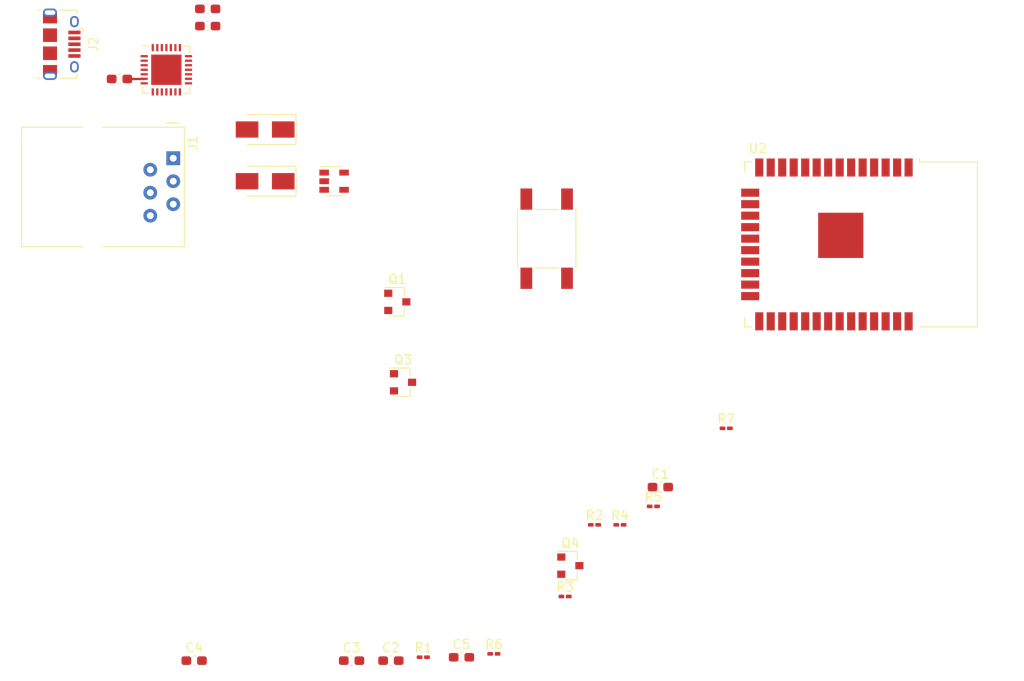
<source format=kicad_pcb>
(kicad_pcb (version 20171130) (host pcbnew 5.1.10-88a1d61d58~90~ubuntu20.04.1)

  (general
    (thickness 1.6)
    (drawings 0)
    (tracks 2)
    (zones 0)
    (modules 26)
    (nets 73)
  )

  (page A4)
  (layers
    (0 F.Cu signal)
    (31 B.Cu signal)
    (32 B.Adhes user)
    (33 F.Adhes user)
    (34 B.Paste user)
    (35 F.Paste user)
    (36 B.SilkS user)
    (37 F.SilkS user)
    (38 B.Mask user)
    (39 F.Mask user)
    (40 Dwgs.User user)
    (41 Cmts.User user)
    (42 Eco1.User user)
    (43 Eco2.User user)
    (44 Edge.Cuts user)
    (45 Margin user)
    (46 B.CrtYd user)
    (47 F.CrtYd user)
    (48 B.Fab user)
    (49 F.Fab user)
  )

  (setup
    (last_trace_width 0.25)
    (trace_clearance 0.2)
    (zone_clearance 0.508)
    (zone_45_only no)
    (trace_min 0.2)
    (via_size 0.8)
    (via_drill 0.4)
    (via_min_size 0.4)
    (via_min_drill 0.3)
    (uvia_size 0.3)
    (uvia_drill 0.1)
    (uvias_allowed no)
    (uvia_min_size 0.2)
    (uvia_min_drill 0.1)
    (edge_width 0.05)
    (segment_width 0.2)
    (pcb_text_width 0.3)
    (pcb_text_size 1.5 1.5)
    (mod_edge_width 0.12)
    (mod_text_size 1 1)
    (mod_text_width 0.15)
    (pad_size 1.524 1.524)
    (pad_drill 0.762)
    (pad_to_mask_clearance 0)
    (aux_axis_origin 0 0)
    (visible_elements FFFFFF7F)
    (pcbplotparams
      (layerselection 0x010fc_ffffffff)
      (usegerberextensions false)
      (usegerberattributes true)
      (usegerberadvancedattributes true)
      (creategerberjobfile true)
      (excludeedgelayer true)
      (linewidth 0.100000)
      (plotframeref false)
      (viasonmask false)
      (mode 1)
      (useauxorigin false)
      (hpglpennumber 1)
      (hpglpenspeed 20)
      (hpglpendiameter 15.000000)
      (psnegative false)
      (psa4output false)
      (plotreference true)
      (plotvalue true)
      (plotinvisibletext false)
      (padsonsilk false)
      (subtractmaskfromsilk false)
      (outputformat 1)
      (mirror false)
      (drillshape 1)
      (scaleselection 1)
      (outputdirectory ""))
  )

  (net 0 "")
  (net 1 GND)
  (net 2 /VCC)
  (net 3 +3V3)
  (net 4 /EN)
  (net 5 /CP_REGIN)
  (net 6 /CP_VDD)
  (net 7 /HAN_VCC)
  (net 8 /HAN_DATA_REQ)
  (net 9 "Net-(J1-Pad4)")
  (net 10 /HAN_DATA)
  (net 11 "Net-(J2-Pad6)")
  (net 12 "Net-(J2-Pad4)")
  (net 13 /USB_DP)
  (net 14 /USB_DM)
  (net 15 /RX)
  (net 16 /CP_RTS)
  (net 17 "Net-(Q3-Pad2)")
  (net 18 /CP_DTR)
  (net 19 /IO0)
  (net 20 "Net-(Q4-Pad2)")
  (net 21 "Net-(R1-Pad1)")
  (net 22 "Net-(U1-Pad4)")
  (net 23 "Net-(U2-Pad37)")
  (net 24 "Net-(U2-Pad36)")
  (net 25 /CP_RXD)
  (net 26 /CP_TXD)
  (net 27 "Net-(U2-Pad33)")
  (net 28 "Net-(U2-Pad32)")
  (net 29 "Net-(U2-Pad31)")
  (net 30 "Net-(U2-Pad30)")
  (net 31 "Net-(U2-Pad29)")
  (net 32 "Net-(U2-Pad28)")
  (net 33 "Net-(U2-Pad27)")
  (net 34 "Net-(U2-Pad26)")
  (net 35 "Net-(U2-Pad24)")
  (net 36 "Net-(U2-Pad23)")
  (net 37 "Net-(U2-Pad22)")
  (net 38 "Net-(U2-Pad21)")
  (net 39 "Net-(U2-Pad20)")
  (net 40 "Net-(U2-Pad19)")
  (net 41 "Net-(U2-Pad18)")
  (net 42 "Net-(U2-Pad17)")
  (net 43 "Net-(U2-Pad16)")
  (net 44 "Net-(U2-Pad14)")
  (net 45 "Net-(U2-Pad13)")
  (net 46 "Net-(U2-Pad12)")
  (net 47 "Net-(U2-Pad11)")
  (net 48 "Net-(U2-Pad10)")
  (net 49 "Net-(U2-Pad9)")
  (net 50 "Net-(U2-Pad8)")
  (net 51 "Net-(U2-Pad7)")
  (net 52 "Net-(U2-Pad6)")
  (net 53 "Net-(U2-Pad5)")
  (net 54 "Net-(U2-Pad4)")
  (net 55 "Net-(U3-Pad27)")
  (net 56 "Net-(U3-Pad23)")
  (net 57 "Net-(U3-Pad22)")
  (net 58 "Net-(U3-Pad21)")
  (net 59 "Net-(U3-Pad20)")
  (net 60 "Net-(U3-Pad19)")
  (net 61 "Net-(U3-Pad18)")
  (net 62 "Net-(U3-Pad17)")
  (net 63 "Net-(U3-Pad16)")
  (net 64 "Net-(U3-Pad15)")
  (net 65 "Net-(U3-Pad14)")
  (net 66 "Net-(U3-Pad13)")
  (net 67 "Net-(U3-Pad12)")
  (net 68 "Net-(U3-Pad11)")
  (net 69 "Net-(U3-Pad10)")
  (net 70 "Net-(U3-Pad9)")
  (net 71 "Net-(U3-Pad2)")
  (net 72 "Net-(U3-Pad1)")

  (net_class Default "This is the default net class."
    (clearance 0.2)
    (trace_width 0.25)
    (via_dia 0.8)
    (via_drill 0.4)
    (uvia_dia 0.3)
    (uvia_drill 0.1)
    (add_net +3V3)
    (add_net /CP_DTR)
    (add_net /CP_REGIN)
    (add_net /CP_RTS)
    (add_net /CP_RXD)
    (add_net /CP_TXD)
    (add_net /CP_VDD)
    (add_net /EN)
    (add_net /HAN_DATA)
    (add_net /HAN_DATA_REQ)
    (add_net /HAN_VCC)
    (add_net /IO0)
    (add_net /RX)
    (add_net /USB_DM)
    (add_net /USB_DP)
    (add_net /VCC)
    (add_net GND)
    (add_net "Net-(J1-Pad4)")
    (add_net "Net-(J2-Pad4)")
    (add_net "Net-(J2-Pad6)")
    (add_net "Net-(Q3-Pad2)")
    (add_net "Net-(Q4-Pad2)")
    (add_net "Net-(R1-Pad1)")
    (add_net "Net-(U1-Pad4)")
    (add_net "Net-(U2-Pad10)")
    (add_net "Net-(U2-Pad11)")
    (add_net "Net-(U2-Pad12)")
    (add_net "Net-(U2-Pad13)")
    (add_net "Net-(U2-Pad14)")
    (add_net "Net-(U2-Pad16)")
    (add_net "Net-(U2-Pad17)")
    (add_net "Net-(U2-Pad18)")
    (add_net "Net-(U2-Pad19)")
    (add_net "Net-(U2-Pad20)")
    (add_net "Net-(U2-Pad21)")
    (add_net "Net-(U2-Pad22)")
    (add_net "Net-(U2-Pad23)")
    (add_net "Net-(U2-Pad24)")
    (add_net "Net-(U2-Pad26)")
    (add_net "Net-(U2-Pad27)")
    (add_net "Net-(U2-Pad28)")
    (add_net "Net-(U2-Pad29)")
    (add_net "Net-(U2-Pad30)")
    (add_net "Net-(U2-Pad31)")
    (add_net "Net-(U2-Pad32)")
    (add_net "Net-(U2-Pad33)")
    (add_net "Net-(U2-Pad36)")
    (add_net "Net-(U2-Pad37)")
    (add_net "Net-(U2-Pad4)")
    (add_net "Net-(U2-Pad5)")
    (add_net "Net-(U2-Pad6)")
    (add_net "Net-(U2-Pad7)")
    (add_net "Net-(U2-Pad8)")
    (add_net "Net-(U2-Pad9)")
    (add_net "Net-(U3-Pad1)")
    (add_net "Net-(U3-Pad10)")
    (add_net "Net-(U3-Pad11)")
    (add_net "Net-(U3-Pad12)")
    (add_net "Net-(U3-Pad13)")
    (add_net "Net-(U3-Pad14)")
    (add_net "Net-(U3-Pad15)")
    (add_net "Net-(U3-Pad16)")
    (add_net "Net-(U3-Pad17)")
    (add_net "Net-(U3-Pad18)")
    (add_net "Net-(U3-Pad19)")
    (add_net "Net-(U3-Pad2)")
    (add_net "Net-(U3-Pad20)")
    (add_net "Net-(U3-Pad21)")
    (add_net "Net-(U3-Pad22)")
    (add_net "Net-(U3-Pad23)")
    (add_net "Net-(U3-Pad27)")
    (add_net "Net-(U3-Pad9)")
  )

  (module Package_TO_SOT_SMD:SOT-23 (layer F.Cu) (tedit 5A02FF57) (tstamp 61208987)
    (at 151.840001 1.215001)
    (descr "SOT-23, Standard")
    (tags SOT-23)
    (path /6118E1B0)
    (attr smd)
    (fp_text reference Q4 (at 0 -2.5) (layer F.SilkS)
      (effects (font (size 1 1) (thickness 0.15)))
    )
    (fp_text value S8050 (at 0 2.5) (layer F.Fab)
      (effects (font (size 1 1) (thickness 0.15)))
    )
    (fp_line (start 0.76 1.58) (end -0.7 1.58) (layer F.SilkS) (width 0.12))
    (fp_line (start 0.76 -1.58) (end -1.4 -1.58) (layer F.SilkS) (width 0.12))
    (fp_line (start -1.7 1.75) (end -1.7 -1.75) (layer F.CrtYd) (width 0.05))
    (fp_line (start 1.7 1.75) (end -1.7 1.75) (layer F.CrtYd) (width 0.05))
    (fp_line (start 1.7 -1.75) (end 1.7 1.75) (layer F.CrtYd) (width 0.05))
    (fp_line (start -1.7 -1.75) (end 1.7 -1.75) (layer F.CrtYd) (width 0.05))
    (fp_line (start 0.76 -1.58) (end 0.76 -0.65) (layer F.SilkS) (width 0.12))
    (fp_line (start 0.76 1.58) (end 0.76 0.65) (layer F.SilkS) (width 0.12))
    (fp_line (start -0.7 1.52) (end 0.7 1.52) (layer F.Fab) (width 0.1))
    (fp_line (start 0.7 -1.52) (end 0.7 1.52) (layer F.Fab) (width 0.1))
    (fp_line (start -0.7 -0.95) (end -0.15 -1.52) (layer F.Fab) (width 0.1))
    (fp_line (start -0.15 -1.52) (end 0.7 -1.52) (layer F.Fab) (width 0.1))
    (fp_line (start -0.7 -0.95) (end -0.7 1.5) (layer F.Fab) (width 0.1))
    (fp_text user %R (at 0 0 90) (layer F.Fab)
      (effects (font (size 0.5 0.5) (thickness 0.075)))
    )
    (pad 3 smd rect (at 1 0) (size 0.9 0.8) (layers F.Cu F.Paste F.Mask)
      (net 19 /IO0))
    (pad 2 smd rect (at -1 0.95) (size 0.9 0.8) (layers F.Cu F.Paste F.Mask)
      (net 20 "Net-(Q4-Pad2)"))
    (pad 1 smd rect (at -1 -0.95) (size 0.9 0.8) (layers F.Cu F.Paste F.Mask)
      (net 18 /CP_DTR))
    (model ${KISYS3DMOD}/Package_TO_SOT_SMD.3dshapes/SOT-23.wrl
      (at (xyz 0 0 0))
      (scale (xyz 1 1 1))
      (rotate (xyz 0 0 0))
    )
  )

  (module Package_TO_SOT_SMD:SOT-23 (layer F.Cu) (tedit 5A02FF57) (tstamp 61208975)
    (at 133.35 -19.05)
    (descr "SOT-23, Standard")
    (tags SOT-23)
    (path /61174F54)
    (attr smd)
    (fp_text reference Q3 (at 0 -2.5) (layer F.SilkS)
      (effects (font (size 1 1) (thickness 0.15)))
    )
    (fp_text value S8050 (at 0 2.5) (layer F.Fab)
      (effects (font (size 1 1) (thickness 0.15)))
    )
    (fp_line (start 0.76 1.58) (end -0.7 1.58) (layer F.SilkS) (width 0.12))
    (fp_line (start 0.76 -1.58) (end -1.4 -1.58) (layer F.SilkS) (width 0.12))
    (fp_line (start -1.7 1.75) (end -1.7 -1.75) (layer F.CrtYd) (width 0.05))
    (fp_line (start 1.7 1.75) (end -1.7 1.75) (layer F.CrtYd) (width 0.05))
    (fp_line (start 1.7 -1.75) (end 1.7 1.75) (layer F.CrtYd) (width 0.05))
    (fp_line (start -1.7 -1.75) (end 1.7 -1.75) (layer F.CrtYd) (width 0.05))
    (fp_line (start 0.76 -1.58) (end 0.76 -0.65) (layer F.SilkS) (width 0.12))
    (fp_line (start 0.76 1.58) (end 0.76 0.65) (layer F.SilkS) (width 0.12))
    (fp_line (start -0.7 1.52) (end 0.7 1.52) (layer F.Fab) (width 0.1))
    (fp_line (start 0.7 -1.52) (end 0.7 1.52) (layer F.Fab) (width 0.1))
    (fp_line (start -0.7 -0.95) (end -0.15 -1.52) (layer F.Fab) (width 0.1))
    (fp_line (start -0.15 -1.52) (end 0.7 -1.52) (layer F.Fab) (width 0.1))
    (fp_line (start -0.7 -0.95) (end -0.7 1.5) (layer F.Fab) (width 0.1))
    (fp_text user %R (at 0 0 90) (layer F.Fab)
      (effects (font (size 0.5 0.5) (thickness 0.075)))
    )
    (pad 3 smd rect (at 1 0) (size 0.9 0.8) (layers F.Cu F.Paste F.Mask)
      (net 4 /EN))
    (pad 2 smd rect (at -1 0.95) (size 0.9 0.8) (layers F.Cu F.Paste F.Mask)
      (net 17 "Net-(Q3-Pad2)"))
    (pad 1 smd rect (at -1 -0.95) (size 0.9 0.8) (layers F.Cu F.Paste F.Mask)
      (net 16 /CP_RTS))
    (model ${KISYS3DMOD}/Package_TO_SOT_SMD.3dshapes/SOT-23.wrl
      (at (xyz 0 0 0))
      (scale (xyz 1 1 1))
      (rotate (xyz 0 0 0))
    )
  )

  (module Package_TO_SOT_SMD:SOT-23 (layer F.Cu) (tedit 5A02FF57) (tstamp 61208963)
    (at 132.715 -27.94)
    (descr "SOT-23, Standard")
    (tags SOT-23)
    (path /61189A03)
    (attr smd)
    (fp_text reference Q1 (at 0 -2.5) (layer F.SilkS)
      (effects (font (size 1 1) (thickness 0.15)))
    )
    (fp_text value S8050 (at 0 2.5) (layer F.Fab)
      (effects (font (size 1 1) (thickness 0.15)))
    )
    (fp_line (start 0.76 1.58) (end -0.7 1.58) (layer F.SilkS) (width 0.12))
    (fp_line (start 0.76 -1.58) (end -1.4 -1.58) (layer F.SilkS) (width 0.12))
    (fp_line (start -1.7 1.75) (end -1.7 -1.75) (layer F.CrtYd) (width 0.05))
    (fp_line (start 1.7 1.75) (end -1.7 1.75) (layer F.CrtYd) (width 0.05))
    (fp_line (start 1.7 -1.75) (end 1.7 1.75) (layer F.CrtYd) (width 0.05))
    (fp_line (start -1.7 -1.75) (end 1.7 -1.75) (layer F.CrtYd) (width 0.05))
    (fp_line (start 0.76 -1.58) (end 0.76 -0.65) (layer F.SilkS) (width 0.12))
    (fp_line (start 0.76 1.58) (end 0.76 0.65) (layer F.SilkS) (width 0.12))
    (fp_line (start -0.7 1.52) (end 0.7 1.52) (layer F.Fab) (width 0.1))
    (fp_line (start 0.7 -1.52) (end 0.7 1.52) (layer F.Fab) (width 0.1))
    (fp_line (start -0.7 -0.95) (end -0.15 -1.52) (layer F.Fab) (width 0.1))
    (fp_line (start -0.15 -1.52) (end 0.7 -1.52) (layer F.Fab) (width 0.1))
    (fp_line (start -0.7 -0.95) (end -0.7 1.5) (layer F.Fab) (width 0.1))
    (fp_text user %R (at 0 0 90) (layer F.Fab)
      (effects (font (size 0.5 0.5) (thickness 0.075)))
    )
    (pad 3 smd rect (at 1 0) (size 0.9 0.8) (layers F.Cu F.Paste F.Mask)
      (net 15 /RX))
    (pad 2 smd rect (at -1 0.95) (size 0.9 0.8) (layers F.Cu F.Paste F.Mask)
      (net 10 /HAN_DATA))
    (pad 1 smd rect (at -1 -0.95) (size 0.9 0.8) (layers F.Cu F.Paste F.Mask)
      (net 1 GND))
    (model ${KISYS3DMOD}/Package_TO_SOT_SMD.3dshapes/SOT-23.wrl
      (at (xyz 0 0 0))
      (scale (xyz 1 1 1))
      (rotate (xyz 0 0 0))
    )
  )

  (module Package_DFN_QFN:QFN-28-1EP_5x5mm_P0.5mm_EP3.35x3.35mm (layer F.Cu) (tedit 5DC5F6A4) (tstamp 6120B499)
    (at 107.188 -53.594)
    (descr "QFN, 28 Pin (http://ww1.microchip.com/downloads/en/PackagingSpec/00000049BQ.pdf#page=283), generated with kicad-footprint-generator ipc_noLead_generator.py")
    (tags "QFN NoLead")
    (path /60F4E999)
    (attr smd)
    (fp_text reference U3 (at 0 -3.8) (layer F.SilkS) hide
      (effects (font (size 1 1) (thickness 0.15)))
    )
    (fp_text value CP2102N-A01-GQFN28 (at 0 3.8) (layer F.Fab) hide
      (effects (font (size 1 1) (thickness 0.15)))
    )
    (fp_line (start 3.1 -3.1) (end -3.1 -3.1) (layer F.CrtYd) (width 0.05))
    (fp_line (start 3.1 3.1) (end 3.1 -3.1) (layer F.CrtYd) (width 0.05))
    (fp_line (start -3.1 3.1) (end 3.1 3.1) (layer F.CrtYd) (width 0.05))
    (fp_line (start -3.1 -3.1) (end -3.1 3.1) (layer F.CrtYd) (width 0.05))
    (fp_line (start -2.5 -1.5) (end -1.5 -2.5) (layer F.Fab) (width 0.1))
    (fp_line (start -2.5 2.5) (end -2.5 -1.5) (layer F.Fab) (width 0.1))
    (fp_line (start 2.5 2.5) (end -2.5 2.5) (layer F.Fab) (width 0.1))
    (fp_line (start 2.5 -2.5) (end 2.5 2.5) (layer F.Fab) (width 0.1))
    (fp_line (start -1.5 -2.5) (end 2.5 -2.5) (layer F.Fab) (width 0.1))
    (fp_line (start -1.885 -2.61) (end -2.61 -2.61) (layer F.SilkS) (width 0.12))
    (fp_line (start 2.61 2.61) (end 2.61 1.885) (layer F.SilkS) (width 0.12))
    (fp_line (start 1.885 2.61) (end 2.61 2.61) (layer F.SilkS) (width 0.12))
    (fp_line (start -2.61 2.61) (end -2.61 1.885) (layer F.SilkS) (width 0.12))
    (fp_line (start -1.885 2.61) (end -2.61 2.61) (layer F.SilkS) (width 0.12))
    (fp_line (start 2.61 -2.61) (end 2.61 -1.885) (layer F.SilkS) (width 0.12))
    (fp_line (start 1.885 -2.61) (end 2.61 -2.61) (layer F.SilkS) (width 0.12))
    (fp_text user %R (at 0 0 90) (layer F.Fab)
      (effects (font (size 1 1) (thickness 0.15)))
    )
    (pad "" smd roundrect (at 1.12 1.12) (size 0.9 0.9) (layers F.Paste) (roundrect_rratio 0.25))
    (pad "" smd roundrect (at 1.12 0) (size 0.9 0.9) (layers F.Paste) (roundrect_rratio 0.25))
    (pad "" smd roundrect (at 1.12 -1.12) (size 0.9 0.9) (layers F.Paste) (roundrect_rratio 0.25))
    (pad "" smd roundrect (at 0 1.12) (size 0.9 0.9) (layers F.Paste) (roundrect_rratio 0.25))
    (pad "" smd roundrect (at 0 0) (size 0.9 0.9) (layers F.Paste) (roundrect_rratio 0.25))
    (pad "" smd roundrect (at 0 -1.12) (size 0.9 0.9) (layers F.Paste) (roundrect_rratio 0.25))
    (pad "" smd roundrect (at -1.12 1.12) (size 0.9 0.9) (layers F.Paste) (roundrect_rratio 0.25))
    (pad "" smd roundrect (at -1.12 0) (size 0.9 0.9) (layers F.Paste) (roundrect_rratio 0.25))
    (pad "" smd roundrect (at -1.12 -1.12) (size 0.9 0.9) (layers F.Paste) (roundrect_rratio 0.25))
    (pad 29 smd rect (at 0 0) (size 3.35 3.35) (layers F.Cu F.Mask)
      (net 1 GND))
    (pad 28 smd roundrect (at -1.5 -2.45) (size 0.25 0.8) (layers F.Cu F.Paste F.Mask) (roundrect_rratio 0.25)
      (net 18 /CP_DTR))
    (pad 27 smd roundrect (at -1 -2.45) (size 0.25 0.8) (layers F.Cu F.Paste F.Mask) (roundrect_rratio 0.25)
      (net 55 "Net-(U3-Pad27)"))
    (pad 26 smd roundrect (at -0.5 -2.45) (size 0.25 0.8) (layers F.Cu F.Paste F.Mask) (roundrect_rratio 0.25)
      (net 26 /CP_TXD))
    (pad 25 smd roundrect (at 0 -2.45) (size 0.25 0.8) (layers F.Cu F.Paste F.Mask) (roundrect_rratio 0.25)
      (net 25 /CP_RXD))
    (pad 24 smd roundrect (at 0.5 -2.45) (size 0.25 0.8) (layers F.Cu F.Paste F.Mask) (roundrect_rratio 0.25)
      (net 16 /CP_RTS))
    (pad 23 smd roundrect (at 1 -2.45) (size 0.25 0.8) (layers F.Cu F.Paste F.Mask) (roundrect_rratio 0.25)
      (net 56 "Net-(U3-Pad23)"))
    (pad 22 smd roundrect (at 1.5 -2.45) (size 0.25 0.8) (layers F.Cu F.Paste F.Mask) (roundrect_rratio 0.25)
      (net 57 "Net-(U3-Pad22)"))
    (pad 21 smd roundrect (at 2.45 -1.5) (size 0.8 0.25) (layers F.Cu F.Paste F.Mask) (roundrect_rratio 0.25)
      (net 58 "Net-(U3-Pad21)"))
    (pad 20 smd roundrect (at 2.45 -1) (size 0.8 0.25) (layers F.Cu F.Paste F.Mask) (roundrect_rratio 0.25)
      (net 59 "Net-(U3-Pad20)"))
    (pad 19 smd roundrect (at 2.45 -0.5) (size 0.8 0.25) (layers F.Cu F.Paste F.Mask) (roundrect_rratio 0.25)
      (net 60 "Net-(U3-Pad19)"))
    (pad 18 smd roundrect (at 2.45 0) (size 0.8 0.25) (layers F.Cu F.Paste F.Mask) (roundrect_rratio 0.25)
      (net 61 "Net-(U3-Pad18)"))
    (pad 17 smd roundrect (at 2.45 0.5) (size 0.8 0.25) (layers F.Cu F.Paste F.Mask) (roundrect_rratio 0.25)
      (net 62 "Net-(U3-Pad17)"))
    (pad 16 smd roundrect (at 2.45 1) (size 0.8 0.25) (layers F.Cu F.Paste F.Mask) (roundrect_rratio 0.25)
      (net 63 "Net-(U3-Pad16)"))
    (pad 15 smd roundrect (at 2.45 1.5) (size 0.8 0.25) (layers F.Cu F.Paste F.Mask) (roundrect_rratio 0.25)
      (net 64 "Net-(U3-Pad15)"))
    (pad 14 smd roundrect (at 1.5 2.45) (size 0.25 0.8) (layers F.Cu F.Paste F.Mask) (roundrect_rratio 0.25)
      (net 65 "Net-(U3-Pad14)"))
    (pad 13 smd roundrect (at 1 2.45) (size 0.25 0.8) (layers F.Cu F.Paste F.Mask) (roundrect_rratio 0.25)
      (net 66 "Net-(U3-Pad13)"))
    (pad 12 smd roundrect (at 0.5 2.45) (size 0.25 0.8) (layers F.Cu F.Paste F.Mask) (roundrect_rratio 0.25)
      (net 67 "Net-(U3-Pad12)"))
    (pad 11 smd roundrect (at 0 2.45) (size 0.25 0.8) (layers F.Cu F.Paste F.Mask) (roundrect_rratio 0.25)
      (net 68 "Net-(U3-Pad11)"))
    (pad 10 smd roundrect (at -0.5 2.45) (size 0.25 0.8) (layers F.Cu F.Paste F.Mask) (roundrect_rratio 0.25)
      (net 69 "Net-(U3-Pad10)"))
    (pad 9 smd roundrect (at -1 2.45) (size 0.25 0.8) (layers F.Cu F.Paste F.Mask) (roundrect_rratio 0.25)
      (net 70 "Net-(U3-Pad9)"))
    (pad 8 smd roundrect (at -1.5 2.45) (size 0.25 0.8) (layers F.Cu F.Paste F.Mask) (roundrect_rratio 0.25)
      (net 5 /CP_REGIN))
    (pad 7 smd roundrect (at -2.45 1.5) (size 0.8 0.25) (layers F.Cu F.Paste F.Mask) (roundrect_rratio 0.25)
      (net 5 /CP_REGIN))
    (pad 6 smd roundrect (at -2.45 1) (size 0.8 0.25) (layers F.Cu F.Paste F.Mask) (roundrect_rratio 0.25)
      (net 6 /CP_VDD))
    (pad 5 smd roundrect (at -2.45 0.5) (size 0.8 0.25) (layers F.Cu F.Paste F.Mask) (roundrect_rratio 0.25)
      (net 14 /USB_DM))
    (pad 4 smd roundrect (at -2.45 0) (size 0.8 0.25) (layers F.Cu F.Paste F.Mask) (roundrect_rratio 0.25)
      (net 13 /USB_DP))
    (pad 3 smd roundrect (at -2.45 -0.5) (size 0.8 0.25) (layers F.Cu F.Paste F.Mask) (roundrect_rratio 0.25)
      (net 1 GND))
    (pad 2 smd roundrect (at -2.45 -1) (size 0.8 0.25) (layers F.Cu F.Paste F.Mask) (roundrect_rratio 0.25)
      (net 71 "Net-(U3-Pad2)"))
    (pad 1 smd roundrect (at -2.45 -1.5) (size 0.8 0.25) (layers F.Cu F.Paste F.Mask) (roundrect_rratio 0.25)
      (net 72 "Net-(U3-Pad1)"))
    (model ${KISYS3DMOD}/Package_DFN_QFN.3dshapes/QFN-28-1EP_5x5mm_P0.5mm_EP3.35x3.35mm.wrl
      (at (xyz 0 0 0))
      (scale (xyz 1 1 1))
      (rotate (xyz 0 0 0))
    )
  )

  (module RF_Module:ESP32-WROOM-32 (layer F.Cu) (tedit 5B5B4654) (tstamp 61208A9C)
    (at 180.975 -34.29 270)
    (descr "Single 2.4 GHz Wi-Fi and Bluetooth combo chip https://www.espressif.com/sites/default/files/documentation/esp32-wroom-32_datasheet_en.pdf")
    (tags "Single 2.4 GHz Wi-Fi and Bluetooth combo  chip")
    (path /612A9AEF)
    (attr smd)
    (fp_text reference U2 (at -10.61 8.43) (layer F.SilkS)
      (effects (font (size 1 1) (thickness 0.15)))
    )
    (fp_text value ESP32-WROOM-32 (at 0 11.5 90) (layer F.Fab)
      (effects (font (size 1 1) (thickness 0.15)))
    )
    (fp_line (start -9.12 -9.445) (end -9.5 -9.445) (layer F.SilkS) (width 0.12))
    (fp_line (start -9.12 -15.865) (end -9.12 -9.445) (layer F.SilkS) (width 0.12))
    (fp_line (start 9.12 -15.865) (end 9.12 -9.445) (layer F.SilkS) (width 0.12))
    (fp_line (start -9.12 -15.865) (end 9.12 -15.865) (layer F.SilkS) (width 0.12))
    (fp_line (start 9.12 9.88) (end 8.12 9.88) (layer F.SilkS) (width 0.12))
    (fp_line (start 9.12 9.1) (end 9.12 9.88) (layer F.SilkS) (width 0.12))
    (fp_line (start -9.12 9.88) (end -8.12 9.88) (layer F.SilkS) (width 0.12))
    (fp_line (start -9.12 9.1) (end -9.12 9.88) (layer F.SilkS) (width 0.12))
    (fp_line (start 8.4 -20.6) (end 8.2 -20.4) (layer Cmts.User) (width 0.1))
    (fp_line (start 8.4 -16) (end 8.4 -20.6) (layer Cmts.User) (width 0.1))
    (fp_line (start 8.4 -20.6) (end 8.6 -20.4) (layer Cmts.User) (width 0.1))
    (fp_line (start 8.4 -16) (end 8.6 -16.2) (layer Cmts.User) (width 0.1))
    (fp_line (start 8.4 -16) (end 8.2 -16.2) (layer Cmts.User) (width 0.1))
    (fp_line (start -9.2 -13.875) (end -9.4 -14.075) (layer Cmts.User) (width 0.1))
    (fp_line (start -13.8 -13.875) (end -9.2 -13.875) (layer Cmts.User) (width 0.1))
    (fp_line (start -9.2 -13.875) (end -9.4 -13.675) (layer Cmts.User) (width 0.1))
    (fp_line (start -13.8 -13.875) (end -13.6 -13.675) (layer Cmts.User) (width 0.1))
    (fp_line (start -13.8 -13.875) (end -13.6 -14.075) (layer Cmts.User) (width 0.1))
    (fp_line (start 9.2 -13.875) (end 9.4 -13.675) (layer Cmts.User) (width 0.1))
    (fp_line (start 9.2 -13.875) (end 9.4 -14.075) (layer Cmts.User) (width 0.1))
    (fp_line (start 13.8 -13.875) (end 13.6 -13.675) (layer Cmts.User) (width 0.1))
    (fp_line (start 13.8 -13.875) (end 13.6 -14.075) (layer Cmts.User) (width 0.1))
    (fp_line (start 9.2 -13.875) (end 13.8 -13.875) (layer Cmts.User) (width 0.1))
    (fp_line (start 14 -11.585) (end 12 -9.97) (layer Dwgs.User) (width 0.1))
    (fp_line (start 14 -13.2) (end 10 -9.97) (layer Dwgs.User) (width 0.1))
    (fp_line (start 14 -14.815) (end 8 -9.97) (layer Dwgs.User) (width 0.1))
    (fp_line (start 14 -16.43) (end 6 -9.97) (layer Dwgs.User) (width 0.1))
    (fp_line (start 14 -18.045) (end 4 -9.97) (layer Dwgs.User) (width 0.1))
    (fp_line (start 14 -19.66) (end 2 -9.97) (layer Dwgs.User) (width 0.1))
    (fp_line (start 13.475 -20.75) (end 0 -9.97) (layer Dwgs.User) (width 0.1))
    (fp_line (start 11.475 -20.75) (end -2 -9.97) (layer Dwgs.User) (width 0.1))
    (fp_line (start 9.475 -20.75) (end -4 -9.97) (layer Dwgs.User) (width 0.1))
    (fp_line (start 7.475 -20.75) (end -6 -9.97) (layer Dwgs.User) (width 0.1))
    (fp_line (start -8 -9.97) (end 5.475 -20.75) (layer Dwgs.User) (width 0.1))
    (fp_line (start 3.475 -20.75) (end -10 -9.97) (layer Dwgs.User) (width 0.1))
    (fp_line (start 1.475 -20.75) (end -12 -9.97) (layer Dwgs.User) (width 0.1))
    (fp_line (start -0.525 -20.75) (end -14 -9.97) (layer Dwgs.User) (width 0.1))
    (fp_line (start -2.525 -20.75) (end -14 -11.585) (layer Dwgs.User) (width 0.1))
    (fp_line (start -4.525 -20.75) (end -14 -13.2) (layer Dwgs.User) (width 0.1))
    (fp_line (start -6.525 -20.75) (end -14 -14.815) (layer Dwgs.User) (width 0.1))
    (fp_line (start -8.525 -20.75) (end -14 -16.43) (layer Dwgs.User) (width 0.1))
    (fp_line (start -10.525 -20.75) (end -14 -18.045) (layer Dwgs.User) (width 0.1))
    (fp_line (start -12.525 -20.75) (end -14 -19.66) (layer Dwgs.User) (width 0.1))
    (fp_line (start 9.75 -9.72) (end 14.25 -9.72) (layer F.CrtYd) (width 0.05))
    (fp_line (start -14.25 -9.72) (end -9.75 -9.72) (layer F.CrtYd) (width 0.05))
    (fp_line (start 14.25 -21) (end 14.25 -9.72) (layer F.CrtYd) (width 0.05))
    (fp_line (start -14.25 -21) (end -14.25 -9.72) (layer F.CrtYd) (width 0.05))
    (fp_line (start 14 -20.75) (end -14 -20.75) (layer Dwgs.User) (width 0.1))
    (fp_line (start 14 -9.97) (end 14 -20.75) (layer Dwgs.User) (width 0.1))
    (fp_line (start 14 -9.97) (end -14 -9.97) (layer Dwgs.User) (width 0.1))
    (fp_line (start -9 -9.02) (end -8.5 -9.52) (layer F.Fab) (width 0.1))
    (fp_line (start -8.5 -9.52) (end -9 -10.02) (layer F.Fab) (width 0.1))
    (fp_line (start -9 -9.02) (end -9 9.76) (layer F.Fab) (width 0.1))
    (fp_line (start -14.25 -21) (end 14.25 -21) (layer F.CrtYd) (width 0.05))
    (fp_line (start 9.75 -9.72) (end 9.75 10.5) (layer F.CrtYd) (width 0.05))
    (fp_line (start -9.75 10.5) (end 9.75 10.5) (layer F.CrtYd) (width 0.05))
    (fp_line (start -9.75 10.5) (end -9.75 -9.72) (layer F.CrtYd) (width 0.05))
    (fp_line (start -9 -15.745) (end 9 -15.745) (layer F.Fab) (width 0.1))
    (fp_line (start -9 -15.745) (end -9 -10.02) (layer F.Fab) (width 0.1))
    (fp_line (start -9 9.76) (end 9 9.76) (layer F.Fab) (width 0.1))
    (fp_line (start 9 9.76) (end 9 -15.745) (layer F.Fab) (width 0.1))
    (fp_line (start -14 -9.97) (end -14 -20.75) (layer Dwgs.User) (width 0.1))
    (fp_text user "5 mm" (at 7.8 -19.075) (layer Cmts.User)
      (effects (font (size 0.5 0.5) (thickness 0.1)))
    )
    (fp_text user "5 mm" (at -11.2 -14.375 90) (layer Cmts.User)
      (effects (font (size 0.5 0.5) (thickness 0.1)))
    )
    (fp_text user "5 mm" (at 11.8 -14.375 90) (layer Cmts.User)
      (effects (font (size 0.5 0.5) (thickness 0.1)))
    )
    (fp_text user Antenna (at 0 -13 90) (layer Cmts.User)
      (effects (font (size 1 1) (thickness 0.15)))
    )
    (fp_text user "KEEP-OUT ZONE" (at 0 -19 90) (layer Cmts.User)
      (effects (font (size 1 1) (thickness 0.15)))
    )
    (fp_text user %R (at 0 0 90) (layer F.Fab)
      (effects (font (size 1 1) (thickness 0.15)))
    )
    (pad 38 smd rect (at 8.5 -8.255 270) (size 2 0.9) (layers F.Cu F.Paste F.Mask)
      (net 1 GND))
    (pad 37 smd rect (at 8.5 -6.985 270) (size 2 0.9) (layers F.Cu F.Paste F.Mask)
      (net 23 "Net-(U2-Pad37)"))
    (pad 36 smd rect (at 8.5 -5.715 270) (size 2 0.9) (layers F.Cu F.Paste F.Mask)
      (net 24 "Net-(U2-Pad36)"))
    (pad 35 smd rect (at 8.5 -4.445 270) (size 2 0.9) (layers F.Cu F.Paste F.Mask)
      (net 25 /CP_RXD))
    (pad 34 smd rect (at 8.5 -3.175 270) (size 2 0.9) (layers F.Cu F.Paste F.Mask)
      (net 26 /CP_TXD))
    (pad 33 smd rect (at 8.5 -1.905 270) (size 2 0.9) (layers F.Cu F.Paste F.Mask)
      (net 27 "Net-(U2-Pad33)"))
    (pad 32 smd rect (at 8.5 -0.635 270) (size 2 0.9) (layers F.Cu F.Paste F.Mask)
      (net 28 "Net-(U2-Pad32)"))
    (pad 31 smd rect (at 8.5 0.635 270) (size 2 0.9) (layers F.Cu F.Paste F.Mask)
      (net 29 "Net-(U2-Pad31)"))
    (pad 30 smd rect (at 8.5 1.905 270) (size 2 0.9) (layers F.Cu F.Paste F.Mask)
      (net 30 "Net-(U2-Pad30)"))
    (pad 29 smd rect (at 8.5 3.175 270) (size 2 0.9) (layers F.Cu F.Paste F.Mask)
      (net 31 "Net-(U2-Pad29)"))
    (pad 28 smd rect (at 8.5 4.445 270) (size 2 0.9) (layers F.Cu F.Paste F.Mask)
      (net 32 "Net-(U2-Pad28)"))
    (pad 27 smd rect (at 8.5 5.715 270) (size 2 0.9) (layers F.Cu F.Paste F.Mask)
      (net 33 "Net-(U2-Pad27)"))
    (pad 26 smd rect (at 8.5 6.985 270) (size 2 0.9) (layers F.Cu F.Paste F.Mask)
      (net 34 "Net-(U2-Pad26)"))
    (pad 25 smd rect (at 8.5 8.255 270) (size 2 0.9) (layers F.Cu F.Paste F.Mask)
      (net 19 /IO0))
    (pad 24 smd rect (at 5.715 9.255) (size 2 0.9) (layers F.Cu F.Paste F.Mask)
      (net 35 "Net-(U2-Pad24)"))
    (pad 23 smd rect (at 4.445 9.255) (size 2 0.9) (layers F.Cu F.Paste F.Mask)
      (net 36 "Net-(U2-Pad23)"))
    (pad 22 smd rect (at 3.175 9.255) (size 2 0.9) (layers F.Cu F.Paste F.Mask)
      (net 37 "Net-(U2-Pad22)"))
    (pad 21 smd rect (at 1.905 9.255) (size 2 0.9) (layers F.Cu F.Paste F.Mask)
      (net 38 "Net-(U2-Pad21)"))
    (pad 20 smd rect (at 0.635 9.255) (size 2 0.9) (layers F.Cu F.Paste F.Mask)
      (net 39 "Net-(U2-Pad20)"))
    (pad 19 smd rect (at -0.635 9.255) (size 2 0.9) (layers F.Cu F.Paste F.Mask)
      (net 40 "Net-(U2-Pad19)"))
    (pad 18 smd rect (at -1.905 9.255) (size 2 0.9) (layers F.Cu F.Paste F.Mask)
      (net 41 "Net-(U2-Pad18)"))
    (pad 17 smd rect (at -3.175 9.255) (size 2 0.9) (layers F.Cu F.Paste F.Mask)
      (net 42 "Net-(U2-Pad17)"))
    (pad 16 smd rect (at -4.445 9.255) (size 2 0.9) (layers F.Cu F.Paste F.Mask)
      (net 43 "Net-(U2-Pad16)"))
    (pad 15 smd rect (at -5.715 9.255) (size 2 0.9) (layers F.Cu F.Paste F.Mask)
      (net 1 GND))
    (pad 14 smd rect (at -8.5 8.255 270) (size 2 0.9) (layers F.Cu F.Paste F.Mask)
      (net 44 "Net-(U2-Pad14)"))
    (pad 13 smd rect (at -8.5 6.985 270) (size 2 0.9) (layers F.Cu F.Paste F.Mask)
      (net 45 "Net-(U2-Pad13)"))
    (pad 12 smd rect (at -8.5 5.715 270) (size 2 0.9) (layers F.Cu F.Paste F.Mask)
      (net 46 "Net-(U2-Pad12)"))
    (pad 11 smd rect (at -8.5 4.445 270) (size 2 0.9) (layers F.Cu F.Paste F.Mask)
      (net 47 "Net-(U2-Pad11)"))
    (pad 10 smd rect (at -8.5 3.175 270) (size 2 0.9) (layers F.Cu F.Paste F.Mask)
      (net 48 "Net-(U2-Pad10)"))
    (pad 9 smd rect (at -8.5 1.905 270) (size 2 0.9) (layers F.Cu F.Paste F.Mask)
      (net 49 "Net-(U2-Pad9)"))
    (pad 8 smd rect (at -8.5 0.635 270) (size 2 0.9) (layers F.Cu F.Paste F.Mask)
      (net 50 "Net-(U2-Pad8)"))
    (pad 7 smd rect (at -8.5 -0.635 270) (size 2 0.9) (layers F.Cu F.Paste F.Mask)
      (net 51 "Net-(U2-Pad7)"))
    (pad 6 smd rect (at -8.5 -1.905 270) (size 2 0.9) (layers F.Cu F.Paste F.Mask)
      (net 52 "Net-(U2-Pad6)"))
    (pad 5 smd rect (at -8.5 -3.175 270) (size 2 0.9) (layers F.Cu F.Paste F.Mask)
      (net 53 "Net-(U2-Pad5)"))
    (pad 4 smd rect (at -8.5 -4.445 270) (size 2 0.9) (layers F.Cu F.Paste F.Mask)
      (net 54 "Net-(U2-Pad4)"))
    (pad 3 smd rect (at -8.5 -5.715 270) (size 2 0.9) (layers F.Cu F.Paste F.Mask)
      (net 4 /EN))
    (pad 2 smd rect (at -8.5 -6.985 270) (size 2 0.9) (layers F.Cu F.Paste F.Mask)
      (net 3 +3V3))
    (pad 1 smd rect (at -8.5 -8.255 270) (size 2 0.9) (layers F.Cu F.Paste F.Mask)
      (net 1 GND))
    (pad 39 smd rect (at -1 -0.755 270) (size 5 5) (layers F.Cu F.Paste F.Mask)
      (net 1 GND))
    (model ${KISYS3DMOD}/RF_Module.3dshapes/ESP32-WROOM-32.wrl
      (at (xyz 0 0 0))
      (scale (xyz 1 1 1))
      (rotate (xyz 0 0 0))
    )
  )

  (module Package_TO_SOT_SMD:SOT-23-5 (layer F.Cu) (tedit 5A02FF57) (tstamp 6120B54A)
    (at 125.73 -41.275)
    (descr "5-pin SOT23 package")
    (tags SOT-23-5)
    (path /60F5F642)
    (attr smd)
    (fp_text reference U1 (at 0 -2.9) (layer F.SilkS) hide
      (effects (font (size 1 1) (thickness 0.15)))
    )
    (fp_text value AP2112K-3.3 (at 0 2.9) (layer F.Fab) hide
      (effects (font (size 1 1) (thickness 0.15)))
    )
    (fp_line (start 0.9 -1.55) (end 0.9 1.55) (layer F.Fab) (width 0.1))
    (fp_line (start 0.9 1.55) (end -0.9 1.55) (layer F.Fab) (width 0.1))
    (fp_line (start -0.9 -0.9) (end -0.9 1.55) (layer F.Fab) (width 0.1))
    (fp_line (start 0.9 -1.55) (end -0.25 -1.55) (layer F.Fab) (width 0.1))
    (fp_line (start -0.9 -0.9) (end -0.25 -1.55) (layer F.Fab) (width 0.1))
    (fp_line (start -1.9 1.8) (end -1.9 -1.8) (layer F.CrtYd) (width 0.05))
    (fp_line (start 1.9 1.8) (end -1.9 1.8) (layer F.CrtYd) (width 0.05))
    (fp_line (start 1.9 -1.8) (end 1.9 1.8) (layer F.CrtYd) (width 0.05))
    (fp_line (start -1.9 -1.8) (end 1.9 -1.8) (layer F.CrtYd) (width 0.05))
    (fp_line (start 0.9 -1.61) (end -1.55 -1.61) (layer F.SilkS) (width 0.12))
    (fp_line (start -0.9 1.61) (end 0.9 1.61) (layer F.SilkS) (width 0.12))
    (fp_text user %R (at 0 0 90) (layer F.Fab)
      (effects (font (size 0.5 0.5) (thickness 0.075)))
    )
    (pad 5 smd rect (at 1.1 -0.95) (size 1.06 0.65) (layers F.Cu F.Paste F.Mask)
      (net 3 +3V3))
    (pad 4 smd rect (at 1.1 0.95) (size 1.06 0.65) (layers F.Cu F.Paste F.Mask)
      (net 22 "Net-(U1-Pad4)"))
    (pad 3 smd rect (at -1.1 0.95) (size 1.06 0.65) (layers F.Cu F.Paste F.Mask)
      (net 21 "Net-(R1-Pad1)"))
    (pad 2 smd rect (at -1.1 0) (size 1.06 0.65) (layers F.Cu F.Paste F.Mask)
      (net 1 GND))
    (pad 1 smd rect (at -1.1 -0.95) (size 1.06 0.65) (layers F.Cu F.Paste F.Mask)
      (net 2 /VCC))
    (model ${KISYS3DMOD}/Package_TO_SOT_SMD.3dshapes/SOT-23-5.wrl
      (at (xyz 0 0 0))
      (scale (xyz 1 1 1))
      (rotate (xyz 0 0 0))
    )
  )

  (module footprints:TE_Connectivity_FSM2JSMAA (layer F.Cu) (tedit 60DC2BFB) (tstamp 61208A18)
    (at 149.225 -34.925 90)
    (descr "tactile push button, 6x6mm e.g. PTS645xx series, height=9.5mm")
    (tags "tact sw push 6mm smd")
    (path /61109F2A)
    (attr smd)
    (fp_text reference SW1 (at 0 -4.05 -90) (layer F.SilkS) hide
      (effects (font (size 1 1) (thickness 0.15)))
    )
    (fp_text value SW_Push (at 0 4.15 -90) (layer F.Fab) hide
      (effects (font (size 1 1) (thickness 0.15)))
    )
    (fp_circle (center 0 0) (end 1.75 -0.05) (layer F.Fab) (width 0.1))
    (fp_line (start -3.23 3.23) (end 3.23 3.23) (layer F.SilkS) (width 0.12))
    (fp_line (start -3.23 -1.3) (end -3.23 1.3) (layer F.SilkS) (width 0.12))
    (fp_line (start -3.23 -3.23) (end 3.23 -3.23) (layer F.SilkS) (width 0.12))
    (fp_line (start 3.23 -1.3) (end 3.23 1.3) (layer F.SilkS) (width 0.12))
    (fp_line (start -3.23 -3.2) (end -3.23 -3.23) (layer F.SilkS) (width 0.12))
    (fp_line (start -3.23 3.23) (end -3.23 3.2) (layer F.SilkS) (width 0.12))
    (fp_line (start 3.23 3.23) (end 3.23 3.2) (layer F.SilkS) (width 0.12))
    (fp_line (start 3.23 -3.23) (end 3.23 -3.2) (layer F.SilkS) (width 0.12))
    (fp_line (start -5.588 -3.2512) (end 5.588 -3.2512) (layer F.CrtYd) (width 0.05))
    (fp_line (start -5.588 3.2488) (end 5.588 3.2488) (layer F.CrtYd) (width 0.05))
    (fp_line (start -5.588 -3.2512) (end -5.588 3.2488) (layer F.CrtYd) (width 0.05))
    (fp_line (start 5.588 3.2488) (end 5.588 -3.2512) (layer F.CrtYd) (width 0.05))
    (fp_line (start 3 -3) (end -3 -3) (layer F.Fab) (width 0.1))
    (fp_line (start 3 3) (end 3 -3) (layer F.Fab) (width 0.1))
    (fp_line (start -3 3) (end 3 3) (layer F.Fab) (width 0.1))
    (fp_line (start -3 -3) (end -3 3) (layer F.Fab) (width 0.1))
    (fp_text user %R (at 0 -4.05 -90) (layer F.Fab) hide
      (effects (font (size 1 1) (thickness 0.15)))
    )
    (pad 2 smd rect (at -4.375 2.25 90) (size 2.35 1.3) (layers F.Cu F.Paste F.Mask)
      (net 4 /EN))
    (pad 1 smd rect (at -4.375 -2.25 90) (size 2.35 1.3) (layers F.Cu F.Paste F.Mask)
      (net 1 GND))
    (pad 1 smd rect (at 4.375 -2.25 90) (size 2.35 1.3) (layers F.Cu F.Paste F.Mask)
      (net 1 GND))
    (pad 2 smd rect (at 4.375 2.25 90) (size 2.35 1.3) (layers F.Cu F.Paste F.Mask)
      (net 4 /EN))
    (model ${KISYS3DMOD}/Button_Switch_SMD.3dshapes/SW_PUSH_6mm_H9.5mm.wrl
      (at (xyz 0 0 0))
      (scale (xyz 1 1 1))
      (rotate (xyz 0 0 0))
    )
  )

  (module Resistor_SMD:R_0201_0603Metric_Pad0.64x0.40mm_HandSolder (layer F.Cu) (tedit 5F6BB9E0) (tstamp 612089FE)
    (at 169.070001 -13.964999)
    (descr "Resistor SMD 0201 (0603 Metric), square (rectangular) end terminal, IPC_7351 nominal with elongated pad for handsoldering. (Body size source: https://www.vishay.com/docs/20052/crcw0201e3.pdf), generated with kicad-footprint-generator")
    (tags "resistor handsolder")
    (path /60F0CFBB)
    (attr smd)
    (fp_text reference R7 (at 0 -1.05) (layer F.SilkS)
      (effects (font (size 1 1) (thickness 0.15)))
    )
    (fp_text value 10K (at 0 1.05) (layer F.Fab)
      (effects (font (size 1 1) (thickness 0.15)))
    )
    (fp_line (start 0.88 0.35) (end -0.88 0.35) (layer F.CrtYd) (width 0.05))
    (fp_line (start 0.88 -0.35) (end 0.88 0.35) (layer F.CrtYd) (width 0.05))
    (fp_line (start -0.88 -0.35) (end 0.88 -0.35) (layer F.CrtYd) (width 0.05))
    (fp_line (start -0.88 0.35) (end -0.88 -0.35) (layer F.CrtYd) (width 0.05))
    (fp_line (start 0.3 0.15) (end -0.3 0.15) (layer F.Fab) (width 0.1))
    (fp_line (start 0.3 -0.15) (end 0.3 0.15) (layer F.Fab) (width 0.1))
    (fp_line (start -0.3 -0.15) (end 0.3 -0.15) (layer F.Fab) (width 0.1))
    (fp_line (start -0.3 0.15) (end -0.3 -0.15) (layer F.Fab) (width 0.1))
    (fp_text user %R (at 0 -0.68) (layer F.Fab)
      (effects (font (size 0.25 0.25) (thickness 0.04)))
    )
    (pad 2 smd roundrect (at 0.4075 0) (size 0.635 0.4) (layers F.Cu F.Mask) (roundrect_rratio 0.25)
      (net 4 /EN))
    (pad 1 smd roundrect (at -0.4075 0) (size 0.635 0.4) (layers F.Cu F.Mask) (roundrect_rratio 0.25)
      (net 3 +3V3))
    (pad "" smd roundrect (at 0.4325 0) (size 0.458 0.36) (layers F.Paste) (roundrect_rratio 0.25))
    (pad "" smd roundrect (at -0.4325 0) (size 0.458 0.36) (layers F.Paste) (roundrect_rratio 0.25))
    (model ${KISYS3DMOD}/Resistor_SMD.3dshapes/R_0201_0603Metric.wrl
      (at (xyz 0 0 0))
      (scale (xyz 1 1 1))
      (rotate (xyz 0 0 0))
    )
  )

  (module Resistor_SMD:R_0201_0603Metric_Pad0.64x0.40mm_HandSolder (layer F.Cu) (tedit 5F6BB9E0) (tstamp 612089ED)
    (at 143.390001 10.965001)
    (descr "Resistor SMD 0201 (0603 Metric), square (rectangular) end terminal, IPC_7351 nominal with elongated pad for handsoldering. (Body size source: https://www.vishay.com/docs/20052/crcw0201e3.pdf), generated with kicad-footprint-generator")
    (tags "resistor handsolder")
    (path /6118E1A9)
    (attr smd)
    (fp_text reference R6 (at 0 -1.05) (layer F.SilkS)
      (effects (font (size 1 1) (thickness 0.15)))
    )
    (fp_text value 10k (at 0 1.05) (layer F.Fab)
      (effects (font (size 1 1) (thickness 0.15)))
    )
    (fp_line (start 0.88 0.35) (end -0.88 0.35) (layer F.CrtYd) (width 0.05))
    (fp_line (start 0.88 -0.35) (end 0.88 0.35) (layer F.CrtYd) (width 0.05))
    (fp_line (start -0.88 -0.35) (end 0.88 -0.35) (layer F.CrtYd) (width 0.05))
    (fp_line (start -0.88 0.35) (end -0.88 -0.35) (layer F.CrtYd) (width 0.05))
    (fp_line (start 0.3 0.15) (end -0.3 0.15) (layer F.Fab) (width 0.1))
    (fp_line (start 0.3 -0.15) (end 0.3 0.15) (layer F.Fab) (width 0.1))
    (fp_line (start -0.3 -0.15) (end 0.3 -0.15) (layer F.Fab) (width 0.1))
    (fp_line (start -0.3 0.15) (end -0.3 -0.15) (layer F.Fab) (width 0.1))
    (fp_text user %R (at 0 -0.68) (layer F.Fab)
      (effects (font (size 0.25 0.25) (thickness 0.04)))
    )
    (pad 2 smd roundrect (at 0.4075 0) (size 0.635 0.4) (layers F.Cu F.Mask) (roundrect_rratio 0.25)
      (net 16 /CP_RTS))
    (pad 1 smd roundrect (at -0.4075 0) (size 0.635 0.4) (layers F.Cu F.Mask) (roundrect_rratio 0.25)
      (net 20 "Net-(Q4-Pad2)"))
    (pad "" smd roundrect (at 0.4325 0) (size 0.458 0.36) (layers F.Paste) (roundrect_rratio 0.25))
    (pad "" smd roundrect (at -0.4325 0) (size 0.458 0.36) (layers F.Paste) (roundrect_rratio 0.25))
    (model ${KISYS3DMOD}/Resistor_SMD.3dshapes/R_0201_0603Metric.wrl
      (at (xyz 0 0 0))
      (scale (xyz 1 1 1))
      (rotate (xyz 0 0 0))
    )
  )

  (module Resistor_SMD:R_0201_0603Metric_Pad0.64x0.40mm_HandSolder (layer F.Cu) (tedit 5F6BB9E0) (tstamp 612089DC)
    (at 161.020001 -5.334999)
    (descr "Resistor SMD 0201 (0603 Metric), square (rectangular) end terminal, IPC_7351 nominal with elongated pad for handsoldering. (Body size source: https://www.vishay.com/docs/20052/crcw0201e3.pdf), generated with kicad-footprint-generator")
    (tags "resistor handsolder")
    (path /6115D311)
    (attr smd)
    (fp_text reference R5 (at 0 -1.05) (layer F.SilkS)
      (effects (font (size 1 1) (thickness 0.15)))
    )
    (fp_text value 10k (at 0 1.05) (layer F.Fab)
      (effects (font (size 1 1) (thickness 0.15)))
    )
    (fp_line (start 0.88 0.35) (end -0.88 0.35) (layer F.CrtYd) (width 0.05))
    (fp_line (start 0.88 -0.35) (end 0.88 0.35) (layer F.CrtYd) (width 0.05))
    (fp_line (start -0.88 -0.35) (end 0.88 -0.35) (layer F.CrtYd) (width 0.05))
    (fp_line (start -0.88 0.35) (end -0.88 -0.35) (layer F.CrtYd) (width 0.05))
    (fp_line (start 0.3 0.15) (end -0.3 0.15) (layer F.Fab) (width 0.1))
    (fp_line (start 0.3 -0.15) (end 0.3 0.15) (layer F.Fab) (width 0.1))
    (fp_line (start -0.3 -0.15) (end 0.3 -0.15) (layer F.Fab) (width 0.1))
    (fp_line (start -0.3 0.15) (end -0.3 -0.15) (layer F.Fab) (width 0.1))
    (fp_text user %R (at 0 -0.68) (layer F.Fab)
      (effects (font (size 0.25 0.25) (thickness 0.04)))
    )
    (pad 2 smd roundrect (at 0.4075 0) (size 0.635 0.4) (layers F.Cu F.Mask) (roundrect_rratio 0.25)
      (net 18 /CP_DTR))
    (pad 1 smd roundrect (at -0.4075 0) (size 0.635 0.4) (layers F.Cu F.Mask) (roundrect_rratio 0.25)
      (net 17 "Net-(Q3-Pad2)"))
    (pad "" smd roundrect (at 0.4325 0) (size 0.458 0.36) (layers F.Paste) (roundrect_rratio 0.25))
    (pad "" smd roundrect (at -0.4325 0) (size 0.458 0.36) (layers F.Paste) (roundrect_rratio 0.25))
    (model ${KISYS3DMOD}/Resistor_SMD.3dshapes/R_0201_0603Metric.wrl
      (at (xyz 0 0 0))
      (scale (xyz 1 1 1))
      (rotate (xyz 0 0 0))
    )
  )

  (module Resistor_SMD:R_0201_0603Metric_Pad0.64x0.40mm_HandSolder (layer F.Cu) (tedit 5F6BB9E0) (tstamp 612089CB)
    (at 157.320001 -3.294999)
    (descr "Resistor SMD 0201 (0603 Metric), square (rectangular) end terminal, IPC_7351 nominal with elongated pad for handsoldering. (Body size source: https://www.vishay.com/docs/20052/crcw0201e3.pdf), generated with kicad-footprint-generator")
    (tags "resistor handsolder")
    (path /61353540)
    (attr smd)
    (fp_text reference R4 (at 0 -1.05) (layer F.SilkS)
      (effects (font (size 1 1) (thickness 0.15)))
    )
    (fp_text value 1K (at 0 1.05) (layer F.Fab)
      (effects (font (size 1 1) (thickness 0.15)))
    )
    (fp_line (start 0.88 0.35) (end -0.88 0.35) (layer F.CrtYd) (width 0.05))
    (fp_line (start 0.88 -0.35) (end 0.88 0.35) (layer F.CrtYd) (width 0.05))
    (fp_line (start -0.88 -0.35) (end 0.88 -0.35) (layer F.CrtYd) (width 0.05))
    (fp_line (start -0.88 0.35) (end -0.88 -0.35) (layer F.CrtYd) (width 0.05))
    (fp_line (start 0.3 0.15) (end -0.3 0.15) (layer F.Fab) (width 0.1))
    (fp_line (start 0.3 -0.15) (end 0.3 0.15) (layer F.Fab) (width 0.1))
    (fp_line (start -0.3 -0.15) (end 0.3 -0.15) (layer F.Fab) (width 0.1))
    (fp_line (start -0.3 0.15) (end -0.3 -0.15) (layer F.Fab) (width 0.1))
    (fp_text user %R (at 0 -0.68) (layer F.Fab)
      (effects (font (size 0.25 0.25) (thickness 0.04)))
    )
    (pad 2 smd roundrect (at 0.4075 0) (size 0.635 0.4) (layers F.Cu F.Mask) (roundrect_rratio 0.25)
      (net 3 +3V3))
    (pad 1 smd roundrect (at -0.4075 0) (size 0.635 0.4) (layers F.Cu F.Mask) (roundrect_rratio 0.25)
      (net 15 /RX))
    (pad "" smd roundrect (at 0.4325 0) (size 0.458 0.36) (layers F.Paste) (roundrect_rratio 0.25))
    (pad "" smd roundrect (at -0.4325 0) (size 0.458 0.36) (layers F.Paste) (roundrect_rratio 0.25))
    (model ${KISYS3DMOD}/Resistor_SMD.3dshapes/R_0201_0603Metric.wrl
      (at (xyz 0 0 0))
      (scale (xyz 1 1 1))
      (rotate (xyz 0 0 0))
    )
  )

  (module Resistor_SMD:R_0201_0603Metric_Pad0.64x0.40mm_HandSolder (layer F.Cu) (tedit 5F6BB9E0) (tstamp 612089BA)
    (at 151.260001 4.625001)
    (descr "Resistor SMD 0201 (0603 Metric), square (rectangular) end terminal, IPC_7351 nominal with elongated pad for handsoldering. (Body size source: https://www.vishay.com/docs/20052/crcw0201e3.pdf), generated with kicad-footprint-generator")
    (tags "resistor handsolder")
    (path /60EC7527)
    (attr smd)
    (fp_text reference R3 (at 0 -1.05) (layer F.SilkS)
      (effects (font (size 1 1) (thickness 0.15)))
    )
    (fp_text value 1K (at 0 1.05) (layer F.Fab)
      (effects (font (size 1 1) (thickness 0.15)))
    )
    (fp_line (start 0.88 0.35) (end -0.88 0.35) (layer F.CrtYd) (width 0.05))
    (fp_line (start 0.88 -0.35) (end 0.88 0.35) (layer F.CrtYd) (width 0.05))
    (fp_line (start -0.88 -0.35) (end 0.88 -0.35) (layer F.CrtYd) (width 0.05))
    (fp_line (start -0.88 0.35) (end -0.88 -0.35) (layer F.CrtYd) (width 0.05))
    (fp_line (start 0.3 0.15) (end -0.3 0.15) (layer F.Fab) (width 0.1))
    (fp_line (start 0.3 -0.15) (end 0.3 0.15) (layer F.Fab) (width 0.1))
    (fp_line (start -0.3 -0.15) (end 0.3 -0.15) (layer F.Fab) (width 0.1))
    (fp_line (start -0.3 0.15) (end -0.3 -0.15) (layer F.Fab) (width 0.1))
    (fp_text user %R (at 0 -0.68) (layer F.Fab)
      (effects (font (size 0.25 0.25) (thickness 0.04)))
    )
    (pad 2 smd roundrect (at 0.4075 0) (size 0.635 0.4) (layers F.Cu F.Mask) (roundrect_rratio 0.25)
      (net 7 /HAN_VCC))
    (pad 1 smd roundrect (at -0.4075 0) (size 0.635 0.4) (layers F.Cu F.Mask) (roundrect_rratio 0.25)
      (net 8 /HAN_DATA_REQ))
    (pad "" smd roundrect (at 0.4325 0) (size 0.458 0.36) (layers F.Paste) (roundrect_rratio 0.25))
    (pad "" smd roundrect (at -0.4325 0) (size 0.458 0.36) (layers F.Paste) (roundrect_rratio 0.25))
    (model ${KISYS3DMOD}/Resistor_SMD.3dshapes/R_0201_0603Metric.wrl
      (at (xyz 0 0 0))
      (scale (xyz 1 1 1))
      (rotate (xyz 0 0 0))
    )
  )

  (module Resistor_SMD:R_0201_0603Metric_Pad0.64x0.40mm_HandSolder (layer F.Cu) (tedit 5F6BB9E0) (tstamp 612089A9)
    (at 154.510001 -3.294999)
    (descr "Resistor SMD 0201 (0603 Metric), square (rectangular) end terminal, IPC_7351 nominal with elongated pad for handsoldering. (Body size source: https://www.vishay.com/docs/20052/crcw0201e3.pdf), generated with kicad-footprint-generator")
    (tags "resistor handsolder")
    (path /6132E786)
    (attr smd)
    (fp_text reference R2 (at 0 -1.05) (layer F.SilkS)
      (effects (font (size 1 1) (thickness 0.15)))
    )
    (fp_text value 1K (at 0 1.05) (layer F.Fab)
      (effects (font (size 1 1) (thickness 0.15)))
    )
    (fp_line (start 0.88 0.35) (end -0.88 0.35) (layer F.CrtYd) (width 0.05))
    (fp_line (start 0.88 -0.35) (end 0.88 0.35) (layer F.CrtYd) (width 0.05))
    (fp_line (start -0.88 -0.35) (end 0.88 -0.35) (layer F.CrtYd) (width 0.05))
    (fp_line (start -0.88 0.35) (end -0.88 -0.35) (layer F.CrtYd) (width 0.05))
    (fp_line (start 0.3 0.15) (end -0.3 0.15) (layer F.Fab) (width 0.1))
    (fp_line (start 0.3 -0.15) (end 0.3 0.15) (layer F.Fab) (width 0.1))
    (fp_line (start -0.3 -0.15) (end 0.3 -0.15) (layer F.Fab) (width 0.1))
    (fp_line (start -0.3 0.15) (end -0.3 -0.15) (layer F.Fab) (width 0.1))
    (fp_text user %R (at 0 -0.68) (layer F.Fab)
      (effects (font (size 0.25 0.25) (thickness 0.04)))
    )
    (pad 2 smd roundrect (at 0.4075 0) (size 0.635 0.4) (layers F.Cu F.Mask) (roundrect_rratio 0.25)
      (net 10 /HAN_DATA))
    (pad 1 smd roundrect (at -0.4075 0) (size 0.635 0.4) (layers F.Cu F.Mask) (roundrect_rratio 0.25)
      (net 3 +3V3))
    (pad "" smd roundrect (at 0.4325 0) (size 0.458 0.36) (layers F.Paste) (roundrect_rratio 0.25))
    (pad "" smd roundrect (at -0.4325 0) (size 0.458 0.36) (layers F.Paste) (roundrect_rratio 0.25))
    (model ${KISYS3DMOD}/Resistor_SMD.3dshapes/R_0201_0603Metric.wrl
      (at (xyz 0 0 0))
      (scale (xyz 1 1 1))
      (rotate (xyz 0 0 0))
    )
  )

  (module Resistor_SMD:R_0201_0603Metric_Pad0.64x0.40mm_HandSolder (layer F.Cu) (tedit 5F6BB9E0) (tstamp 61208998)
    (at 135.590001 11.335001)
    (descr "Resistor SMD 0201 (0603 Metric), square (rectangular) end terminal, IPC_7351 nominal with elongated pad for handsoldering. (Body size source: https://www.vishay.com/docs/20052/crcw0201e3.pdf), generated with kicad-footprint-generator")
    (tags "resistor handsolder")
    (path /60F7DFAC)
    (attr smd)
    (fp_text reference R1 (at 0 -1.05) (layer F.SilkS)
      (effects (font (size 1 1) (thickness 0.15)))
    )
    (fp_text value 100K (at 0 1.05) (layer F.Fab)
      (effects (font (size 1 1) (thickness 0.15)))
    )
    (fp_line (start 0.88 0.35) (end -0.88 0.35) (layer F.CrtYd) (width 0.05))
    (fp_line (start 0.88 -0.35) (end 0.88 0.35) (layer F.CrtYd) (width 0.05))
    (fp_line (start -0.88 -0.35) (end 0.88 -0.35) (layer F.CrtYd) (width 0.05))
    (fp_line (start -0.88 0.35) (end -0.88 -0.35) (layer F.CrtYd) (width 0.05))
    (fp_line (start 0.3 0.15) (end -0.3 0.15) (layer F.Fab) (width 0.1))
    (fp_line (start 0.3 -0.15) (end 0.3 0.15) (layer F.Fab) (width 0.1))
    (fp_line (start -0.3 -0.15) (end 0.3 -0.15) (layer F.Fab) (width 0.1))
    (fp_line (start -0.3 0.15) (end -0.3 -0.15) (layer F.Fab) (width 0.1))
    (fp_text user %R (at 0 -0.68) (layer F.Fab)
      (effects (font (size 0.25 0.25) (thickness 0.04)))
    )
    (pad 2 smd roundrect (at 0.4075 0) (size 0.635 0.4) (layers F.Cu F.Mask) (roundrect_rratio 0.25)
      (net 2 /VCC))
    (pad 1 smd roundrect (at -0.4075 0) (size 0.635 0.4) (layers F.Cu F.Mask) (roundrect_rratio 0.25)
      (net 21 "Net-(R1-Pad1)"))
    (pad "" smd roundrect (at 0.4325 0) (size 0.458 0.36) (layers F.Paste) (roundrect_rratio 0.25))
    (pad "" smd roundrect (at -0.4325 0) (size 0.458 0.36) (layers F.Paste) (roundrect_rratio 0.25))
    (model ${KISYS3DMOD}/Resistor_SMD.3dshapes/R_0201_0603Metric.wrl
      (at (xyz 0 0 0))
      (scale (xyz 1 1 1))
      (rotate (xyz 0 0 0))
    )
  )

  (module Connector_USB:USB_Micro-B_Amphenol_10118194_Horizontal (layer F.Cu) (tedit 5F2142B6) (tstamp 6120BCAD)
    (at 95.628 -56.418 270)
    (descr "USB Micro-B receptacle, horizontal, SMD, 10118194, https://cdn.amphenol-icc.com/media/wysiwyg/files/drawing/10118194.pdf")
    (tags "USB Micro B horizontal SMD")
    (path /60EA53CD)
    (attr smd)
    (fp_text reference J2 (at 0 -3.5 90) (layer F.SilkS)
      (effects (font (size 1 1) (thickness 0.15)))
    )
    (fp_text value USB_B_Micro (at 0 4.75 90) (layer F.Fab)
      (effects (font (size 1 1) (thickness 0.15)))
    )
    (fp_line (start -2.65 -1.55) (end 3.65 -1.55) (layer F.Fab) (width 0.1))
    (fp_line (start 3.65 -1.55) (end 3.65 3.45) (layer F.Fab) (width 0.1))
    (fp_line (start 3.65 3.45) (end -3.65 3.45) (layer F.Fab) (width 0.1))
    (fp_line (start -3.65 3.45) (end -3.65 -0.55) (layer F.Fab) (width 0.1))
    (fp_line (start 3.76 0.32) (end 3.76 -1.66) (layer F.SilkS) (width 0.12))
    (fp_line (start 3.76 -1.66) (end 3.34 -1.66) (layer F.SilkS) (width 0.12))
    (fp_line (start 3.76 2.29) (end 3.76 2.69) (layer F.SilkS) (width 0.12))
    (fp_line (start -3.76 2.69) (end -3.76 2.29) (layer F.SilkS) (width 0.12))
    (fp_line (start -3.76 0.32) (end -3.76 -1.66) (layer F.SilkS) (width 0.12))
    (fp_line (start -3.76 -1.66) (end -3.34 -1.66) (layer F.SilkS) (width 0.12))
    (fp_line (start 3 2.75) (end -3 2.75) (layer Dwgs.User) (width 0.1))
    (fp_line (start -4.45 3.95) (end 4.45 3.95) (layer F.CrtYd) (width 0.05))
    (fp_line (start -4.45 -2.58) (end 4.45 -2.58) (layer F.CrtYd) (width 0.05))
    (fp_line (start -4.45 -2.58) (end -4.45 3.95) (layer F.CrtYd) (width 0.05))
    (fp_line (start 4.45 -2.58) (end 4.45 3.95) (layer F.CrtYd) (width 0.05))
    (fp_line (start -1.31 -2.34) (end -1.76 -2.34) (layer F.SilkS) (width 0.12))
    (fp_line (start -1.76 -1.89) (end -1.76 -2.34) (layer F.SilkS) (width 0.12))
    (fp_line (start -3.65 -0.55) (end -2.65 -1.55) (layer F.Fab) (width 0.1))
    (fp_text user "PCB Edge" (at 0 2.75 90) (layer Dwgs.User)
      (effects (font (size 0.5 0.5) (thickness 0.08)))
    )
    (fp_text user %R (at 0 -0.05 90) (layer F.Fab)
      (effects (font (size 1 1) (thickness 0.15)))
    )
    (pad "" smd oval (at 2.5 -1.4 270) (size 1.25 0.95) (layers F.Paste))
    (pad "" smd oval (at -2.5 -1.4 270) (size 1.25 0.95) (layers F.Paste))
    (pad 6 thru_hole oval (at 3.5 1.3 270) (size 0.89 1.55) (drill oval 0.5 1.15) (layers *.Cu *.Mask)
      (net 11 "Net-(J2-Pad6)"))
    (pad 6 thru_hole oval (at -3.5 1.3 270) (size 0.89 1.55) (drill oval 0.5 1.15) (layers *.Cu *.Mask)
      (net 11 "Net-(J2-Pad6)"))
    (pad 6 smd rect (at 2.9 1.3 270) (size 1.2 1.55) (layers F.Cu F.Paste F.Mask)
      (net 11 "Net-(J2-Pad6)"))
    (pad 6 smd rect (at -2.9 1.3 270) (size 1.2 1.55) (layers F.Cu F.Paste F.Mask)
      (net 11 "Net-(J2-Pad6)"))
    (pad "" smd oval (at 3.5 1.3 270) (size 0.89 1.55) (layers F.Paste))
    (pad 6 smd rect (at 1 1.3 270) (size 1.5 1.55) (layers F.Cu F.Paste F.Mask)
      (net 11 "Net-(J2-Pad6)"))
    (pad 6 smd rect (at -1 1.3 270) (size 1.5 1.55) (layers F.Cu F.Paste F.Mask)
      (net 11 "Net-(J2-Pad6)"))
    (pad 6 thru_hole oval (at 2.5 -1.4 270) (size 1.25 0.95) (drill oval 0.85 0.55) (layers *.Cu *.Mask)
      (net 11 "Net-(J2-Pad6)"))
    (pad "" smd oval (at -3.5 1.3 270) (size 0.89 1.55) (layers F.Paste))
    (pad 6 thru_hole oval (at -2.5 -1.4 270) (size 1.25 0.95) (drill oval 0.85 0.55) (layers *.Cu *.Mask)
      (net 11 "Net-(J2-Pad6)"))
    (pad 5 smd rect (at 1.3 -1.4 270) (size 0.4 1.35) (layers F.Cu F.Paste F.Mask)
      (net 1 GND))
    (pad 4 smd rect (at 0.65 -1.4 270) (size 0.4 1.35) (layers F.Cu F.Paste F.Mask)
      (net 12 "Net-(J2-Pad4)"))
    (pad 3 smd rect (at 0 -1.4 270) (size 0.4 1.35) (layers F.Cu F.Paste F.Mask)
      (net 13 /USB_DP))
    (pad 2 smd rect (at -0.65 -1.4 270) (size 0.4 1.35) (layers F.Cu F.Paste F.Mask)
      (net 14 /USB_DM))
    (pad 1 smd rect (at -1.3 -1.4 270) (size 0.4 1.35) (layers F.Cu F.Paste F.Mask)
      (net 5 /CP_REGIN))
    (model ${KISYS3DMOD}/Connector_USB.3dshapes/USB_Micro-B_Amphenol_10118194_Horizontal.wrl
      (at (xyz 0 0 0))
      (scale (xyz 1 1 1))
      (rotate (xyz 0 0 0))
    )
  )

  (module Connector_RJ:RJ12_Amphenol_54601 (layer F.Cu) (tedit 5AE2E32D) (tstamp 6120BD40)
    (at 107.95 -43.815 270)
    (descr "RJ12 connector  https://cdn.amphenol-icc.com/media/wysiwyg/files/drawing/c-bmj-0082.pdf")
    (tags "RJ12 connector")
    (path /60EAA07E)
    (fp_text reference J1 (at -1.67 -2.16 90) (layer F.SilkS)
      (effects (font (size 1 1) (thickness 0.15)))
    )
    (fp_text value 6P6C (at 3.54 18.3 90) (layer F.Fab)
      (effects (font (size 1 1) (thickness 0.15)))
    )
    (fp_line (start -3.43 16.77) (end -3.43 0.52) (layer F.Fab) (width 0.1))
    (fp_line (start -3.43 -1.23) (end 9.77 -1.23) (layer F.Fab) (width 0.1))
    (fp_line (start 9.77 -1.23) (end 9.77 16.77) (layer F.Fab) (width 0.1))
    (fp_line (start 9.77 16.77) (end -3.43 16.77) (layer F.Fab) (width 0.1))
    (fp_line (start -4.04 -1.73) (end 10.38 -1.73) (layer F.CrtYd) (width 0.05))
    (fp_line (start 10.38 -1.73) (end 10.38 17.27) (layer F.CrtYd) (width 0.05))
    (fp_line (start 10.38 17.27) (end -4.04 17.27) (layer F.CrtYd) (width 0.05))
    (fp_line (start -4.04 17.27) (end -4.04 -1.73) (layer F.CrtYd) (width 0.05))
    (fp_line (start -3.43 -1.23) (end 9.77 -1.23) (layer F.SilkS) (width 0.12))
    (fp_line (start 9.77 -1.23) (end 9.77 7.79) (layer F.SilkS) (width 0.12))
    (fp_line (start 9.77 16.65) (end 9.77 16.77) (layer F.SilkS) (width 0.1))
    (fp_line (start 9.77 16.77) (end 9.77 9.99) (layer F.SilkS) (width 0.12))
    (fp_line (start 9.77 16.76) (end 9.77 16.77) (layer F.SilkS) (width 0.1))
    (fp_line (start 9.77 16.77) (end -3.43 16.77) (layer F.SilkS) (width 0.12))
    (fp_line (start -3.43 16.77) (end -3.43 9.99) (layer F.SilkS) (width 0.12))
    (fp_line (start -3.43 7.72) (end -3.43 7.79) (layer F.SilkS) (width 0.1))
    (fp_line (start -3.43 7.79) (end -3.43 -1.23) (layer F.SilkS) (width 0.12))
    (fp_line (start -3.9 0.77) (end -3.9 -0.76) (layer F.SilkS) (width 0.12))
    (fp_line (start -3.43 0.52) (end -2.93 0.02) (layer F.Fab) (width 0.1))
    (fp_line (start -2.93 0.02) (end -3.43 -0.48) (layer F.Fab) (width 0.1))
    (fp_line (start -3.43 -0.48) (end -3.43 -1.23) (layer F.Fab) (width 0.1))
    (fp_text user %R (at 3.16 7.76 90) (layer F.Fab)
      (effects (font (size 1 1) (thickness 0.15)))
    )
    (pad 1 thru_hole rect (at 0 0 270) (size 1.52 1.52) (drill 0.76) (layers *.Cu *.Mask)
      (net 7 /HAN_VCC))
    (pad "" np_thru_hole circle (at -1.91 8.89 270) (size 3.25 3.25) (drill 3.25) (layers *.Cu *.Mask))
    (pad 2 thru_hole circle (at 1.27 2.54 270) (size 1.52 1.52) (drill 0.76) (layers *.Cu *.Mask)
      (net 8 /HAN_DATA_REQ))
    (pad 3 thru_hole circle (at 2.54 0 270) (size 1.52 1.52) (drill 0.76) (layers *.Cu *.Mask)
      (net 1 GND))
    (pad 4 thru_hole circle (at 3.81 2.54 270) (size 1.52 1.52) (drill 0.76) (layers *.Cu *.Mask)
      (net 9 "Net-(J1-Pad4)"))
    (pad 5 thru_hole circle (at 5.08 0 270) (size 1.52 1.52) (drill 0.76) (layers *.Cu *.Mask)
      (net 10 /HAN_DATA))
    (pad 6 thru_hole circle (at 6.35 2.54 270) (size 1.52 1.52) (drill 0.76) (layers *.Cu *.Mask)
      (net 1 GND))
    (pad "" np_thru_hole circle (at 8.25 8.89 270) (size 3.25 3.25) (drill 3.25) (layers *.Cu *.Mask))
    (model ${KISYS3DMOD}/Connector_RJ.3dshapes/RJ12_Amphenol_54601.wrl
      (at (xyz 0 0 0))
      (scale (xyz 1 1 1))
      (rotate (xyz 0 0 0))
    )
  )

  (module Diode_SMD:D_SMA (layer F.Cu) (tedit 586432E5) (tstamp 61208906)
    (at 118.11 -46.99 180)
    (descr "Diode SMA (DO-214AC)")
    (tags "Diode SMA (DO-214AC)")
    (path /6121641E)
    (attr smd)
    (fp_text reference D2 (at 0 -2.5) (layer F.SilkS) hide
      (effects (font (size 1 1) (thickness 0.15)))
    )
    (fp_text value MDD-SS14 (at 0 2.6) (layer F.Fab) hide
      (effects (font (size 1 1) (thickness 0.15)))
    )
    (fp_line (start -3.4 -1.65) (end 2 -1.65) (layer F.SilkS) (width 0.12))
    (fp_line (start -3.4 1.65) (end 2 1.65) (layer F.SilkS) (width 0.12))
    (fp_line (start -0.64944 0.00102) (end 0.50118 -0.79908) (layer F.Fab) (width 0.1))
    (fp_line (start -0.64944 0.00102) (end 0.50118 0.75032) (layer F.Fab) (width 0.1))
    (fp_line (start 0.50118 0.75032) (end 0.50118 -0.79908) (layer F.Fab) (width 0.1))
    (fp_line (start -0.64944 -0.79908) (end -0.64944 0.80112) (layer F.Fab) (width 0.1))
    (fp_line (start 0.50118 0.00102) (end 1.4994 0.00102) (layer F.Fab) (width 0.1))
    (fp_line (start -0.64944 0.00102) (end -1.55114 0.00102) (layer F.Fab) (width 0.1))
    (fp_line (start -3.5 1.75) (end -3.5 -1.75) (layer F.CrtYd) (width 0.05))
    (fp_line (start 3.5 1.75) (end -3.5 1.75) (layer F.CrtYd) (width 0.05))
    (fp_line (start 3.5 -1.75) (end 3.5 1.75) (layer F.CrtYd) (width 0.05))
    (fp_line (start -3.5 -1.75) (end 3.5 -1.75) (layer F.CrtYd) (width 0.05))
    (fp_line (start 2.3 -1.5) (end -2.3 -1.5) (layer F.Fab) (width 0.1))
    (fp_line (start 2.3 -1.5) (end 2.3 1.5) (layer F.Fab) (width 0.1))
    (fp_line (start -2.3 1.5) (end -2.3 -1.5) (layer F.Fab) (width 0.1))
    (fp_line (start 2.3 1.5) (end -2.3 1.5) (layer F.Fab) (width 0.1))
    (fp_line (start -3.4 -1.65) (end -3.4 1.65) (layer F.SilkS) (width 0.12))
    (fp_text user %R (at 0 -2.5) (layer F.Fab)
      (effects (font (size 1 1) (thickness 0.15)))
    )
    (pad 2 smd rect (at 2 0 180) (size 2.5 1.8) (layers F.Cu F.Paste F.Mask)
      (net 5 /CP_REGIN))
    (pad 1 smd rect (at -2 0 180) (size 2.5 1.8) (layers F.Cu F.Paste F.Mask)
      (net 2 /VCC))
    (model ${KISYS3DMOD}/Diode_SMD.3dshapes/D_SMA.wrl
      (at (xyz 0 0 0))
      (scale (xyz 1 1 1))
      (rotate (xyz 0 0 0))
    )
  )

  (module Diode_SMD:D_SMA (layer F.Cu) (tedit 586432E5) (tstamp 612088EE)
    (at 118.11 -41.275 180)
    (descr "Diode SMA (DO-214AC)")
    (tags "Diode SMA (DO-214AC)")
    (path /61213427)
    (attr smd)
    (fp_text reference D1 (at 0 -2.5) (layer F.SilkS) hide
      (effects (font (size 1 1) (thickness 0.15)))
    )
    (fp_text value MDD-SS14 (at 0 2.6) (layer F.Fab) hide
      (effects (font (size 1 1) (thickness 0.15)))
    )
    (fp_line (start -3.4 -1.65) (end 2 -1.65) (layer F.SilkS) (width 0.12))
    (fp_line (start -3.4 1.65) (end 2 1.65) (layer F.SilkS) (width 0.12))
    (fp_line (start -0.64944 0.00102) (end 0.50118 -0.79908) (layer F.Fab) (width 0.1))
    (fp_line (start -0.64944 0.00102) (end 0.50118 0.75032) (layer F.Fab) (width 0.1))
    (fp_line (start 0.50118 0.75032) (end 0.50118 -0.79908) (layer F.Fab) (width 0.1))
    (fp_line (start -0.64944 -0.79908) (end -0.64944 0.80112) (layer F.Fab) (width 0.1))
    (fp_line (start 0.50118 0.00102) (end 1.4994 0.00102) (layer F.Fab) (width 0.1))
    (fp_line (start -0.64944 0.00102) (end -1.55114 0.00102) (layer F.Fab) (width 0.1))
    (fp_line (start -3.5 1.75) (end -3.5 -1.75) (layer F.CrtYd) (width 0.05))
    (fp_line (start 3.5 1.75) (end -3.5 1.75) (layer F.CrtYd) (width 0.05))
    (fp_line (start 3.5 -1.75) (end 3.5 1.75) (layer F.CrtYd) (width 0.05))
    (fp_line (start -3.5 -1.75) (end 3.5 -1.75) (layer F.CrtYd) (width 0.05))
    (fp_line (start 2.3 -1.5) (end -2.3 -1.5) (layer F.Fab) (width 0.1))
    (fp_line (start 2.3 -1.5) (end 2.3 1.5) (layer F.Fab) (width 0.1))
    (fp_line (start -2.3 1.5) (end -2.3 -1.5) (layer F.Fab) (width 0.1))
    (fp_line (start 2.3 1.5) (end -2.3 1.5) (layer F.Fab) (width 0.1))
    (fp_line (start -3.4 -1.65) (end -3.4 1.65) (layer F.SilkS) (width 0.12))
    (fp_text user %R (at 0 -2.5) (layer F.Fab)
      (effects (font (size 1 1) (thickness 0.15)))
    )
    (pad 2 smd rect (at 2 0 180) (size 2.5 1.8) (layers F.Cu F.Paste F.Mask)
      (net 7 /HAN_VCC))
    (pad 1 smd rect (at -2 0 180) (size 2.5 1.8) (layers F.Cu F.Paste F.Mask)
      (net 2 /VCC))
    (model ${KISYS3DMOD}/Diode_SMD.3dshapes/D_SMA.wrl
      (at (xyz 0 0 0))
      (scale (xyz 1 1 1))
      (rotate (xyz 0 0 0))
    )
  )

  (module Capacitor_SMD:C_0603_1608Metric_Pad1.08x0.95mm_HandSolder (layer F.Cu) (tedit 5F68FEEF) (tstamp 6120B7CD)
    (at 111.76 -58.42)
    (descr "Capacitor SMD 0603 (1608 Metric), square (rectangular) end terminal, IPC_7351 nominal with elongated pad for handsoldering. (Body size source: IPC-SM-782 page 76, https://www.pcb-3d.com/wordpress/wp-content/uploads/ipc-sm-782a_amendment_1_and_2.pdf), generated with kicad-footprint-generator")
    (tags "capacitor handsolder")
    (path /61023A19)
    (attr smd)
    (fp_text reference C8 (at 0 -1.43) (layer F.SilkS) hide
      (effects (font (size 1 1) (thickness 0.15)))
    )
    (fp_text value 0.1u (at 0 1.43) (layer F.Fab) hide
      (effects (font (size 1 1) (thickness 0.15)))
    )
    (fp_line (start 1.65 0.73) (end -1.65 0.73) (layer F.CrtYd) (width 0.05))
    (fp_line (start 1.65 -0.73) (end 1.65 0.73) (layer F.CrtYd) (width 0.05))
    (fp_line (start -1.65 -0.73) (end 1.65 -0.73) (layer F.CrtYd) (width 0.05))
    (fp_line (start -1.65 0.73) (end -1.65 -0.73) (layer F.CrtYd) (width 0.05))
    (fp_line (start -0.146267 0.51) (end 0.146267 0.51) (layer F.SilkS) (width 0.12))
    (fp_line (start -0.146267 -0.51) (end 0.146267 -0.51) (layer F.SilkS) (width 0.12))
    (fp_line (start 0.8 0.4) (end -0.8 0.4) (layer F.Fab) (width 0.1))
    (fp_line (start 0.8 -0.4) (end 0.8 0.4) (layer F.Fab) (width 0.1))
    (fp_line (start -0.8 -0.4) (end 0.8 -0.4) (layer F.Fab) (width 0.1))
    (fp_line (start -0.8 0.4) (end -0.8 -0.4) (layer F.Fab) (width 0.1))
    (fp_text user %R (at 0 0) (layer F.Fab)
      (effects (font (size 0.4 0.4) (thickness 0.06)))
    )
    (pad 2 smd roundrect (at 0.8625 0) (size 1.075 0.95) (layers F.Cu F.Paste F.Mask) (roundrect_rratio 0.25)
      (net 1 GND))
    (pad 1 smd roundrect (at -0.8625 0) (size 1.075 0.95) (layers F.Cu F.Paste F.Mask) (roundrect_rratio 0.25)
      (net 5 /CP_REGIN))
    (model ${KISYS3DMOD}/Capacitor_SMD.3dshapes/C_0603_1608Metric.wrl
      (at (xyz 0 0 0))
      (scale (xyz 1 1 1))
      (rotate (xyz 0 0 0))
    )
  )

  (module Capacitor_SMD:C_0603_1608Metric_Pad1.08x0.95mm_HandSolder (layer F.Cu) (tedit 5F68FEEF) (tstamp 612088C5)
    (at 102.0075 -52.578)
    (descr "Capacitor SMD 0603 (1608 Metric), square (rectangular) end terminal, IPC_7351 nominal with elongated pad for handsoldering. (Body size source: IPC-SM-782 page 76, https://www.pcb-3d.com/wordpress/wp-content/uploads/ipc-sm-782a_amendment_1_and_2.pdf), generated with kicad-footprint-generator")
    (tags "capacitor handsolder")
    (path /61059D13)
    (attr smd)
    (fp_text reference C7 (at 0 -1.43) (layer F.SilkS) hide
      (effects (font (size 1 1) (thickness 0.15)))
    )
    (fp_text value 0.1u (at 0 1.43) (layer F.Fab) hide
      (effects (font (size 1 1) (thickness 0.15)))
    )
    (fp_line (start 1.65 0.73) (end -1.65 0.73) (layer F.CrtYd) (width 0.05))
    (fp_line (start 1.65 -0.73) (end 1.65 0.73) (layer F.CrtYd) (width 0.05))
    (fp_line (start -1.65 -0.73) (end 1.65 -0.73) (layer F.CrtYd) (width 0.05))
    (fp_line (start -1.65 0.73) (end -1.65 -0.73) (layer F.CrtYd) (width 0.05))
    (fp_line (start -0.146267 0.51) (end 0.146267 0.51) (layer F.SilkS) (width 0.12))
    (fp_line (start -0.146267 -0.51) (end 0.146267 -0.51) (layer F.SilkS) (width 0.12))
    (fp_line (start 0.8 0.4) (end -0.8 0.4) (layer F.Fab) (width 0.1))
    (fp_line (start 0.8 -0.4) (end 0.8 0.4) (layer F.Fab) (width 0.1))
    (fp_line (start -0.8 -0.4) (end 0.8 -0.4) (layer F.Fab) (width 0.1))
    (fp_line (start -0.8 0.4) (end -0.8 -0.4) (layer F.Fab) (width 0.1))
    (fp_text user %R (at 0 0) (layer F.Fab)
      (effects (font (size 0.4 0.4) (thickness 0.06)))
    )
    (pad 2 smd roundrect (at 0.8625 0) (size 1.075 0.95) (layers F.Cu F.Paste F.Mask) (roundrect_rratio 0.25)
      (net 6 /CP_VDD))
    (pad 1 smd roundrect (at -0.8625 0) (size 1.075 0.95) (layers F.Cu F.Paste F.Mask) (roundrect_rratio 0.25)
      (net 1 GND))
    (model ${KISYS3DMOD}/Capacitor_SMD.3dshapes/C_0603_1608Metric.wrl
      (at (xyz 0 0 0))
      (scale (xyz 1 1 1))
      (rotate (xyz 0 0 0))
    )
  )

  (module Capacitor_SMD:C_0603_1608Metric_Pad1.08x0.95mm_HandSolder (layer F.Cu) (tedit 5F68FEEF) (tstamp 6120B72A)
    (at 111.76 -60.325)
    (descr "Capacitor SMD 0603 (1608 Metric), square (rectangular) end terminal, IPC_7351 nominal with elongated pad for handsoldering. (Body size source: IPC-SM-782 page 76, https://www.pcb-3d.com/wordpress/wp-content/uploads/ipc-sm-782a_amendment_1_and_2.pdf), generated with kicad-footprint-generator")
    (tags "capacitor handsolder")
    (path /61023093)
    (attr smd)
    (fp_text reference C6 (at 0 -1.43) (layer F.SilkS) hide
      (effects (font (size 1 1) (thickness 0.15)))
    )
    (fp_text value 1u (at 0 1.43) (layer F.Fab) hide
      (effects (font (size 1 1) (thickness 0.15)))
    )
    (fp_line (start 1.65 0.73) (end -1.65 0.73) (layer F.CrtYd) (width 0.05))
    (fp_line (start 1.65 -0.73) (end 1.65 0.73) (layer F.CrtYd) (width 0.05))
    (fp_line (start -1.65 -0.73) (end 1.65 -0.73) (layer F.CrtYd) (width 0.05))
    (fp_line (start -1.65 0.73) (end -1.65 -0.73) (layer F.CrtYd) (width 0.05))
    (fp_line (start -0.146267 0.51) (end 0.146267 0.51) (layer F.SilkS) (width 0.12))
    (fp_line (start -0.146267 -0.51) (end 0.146267 -0.51) (layer F.SilkS) (width 0.12))
    (fp_line (start 0.8 0.4) (end -0.8 0.4) (layer F.Fab) (width 0.1))
    (fp_line (start 0.8 -0.4) (end 0.8 0.4) (layer F.Fab) (width 0.1))
    (fp_line (start -0.8 -0.4) (end 0.8 -0.4) (layer F.Fab) (width 0.1))
    (fp_line (start -0.8 0.4) (end -0.8 -0.4) (layer F.Fab) (width 0.1))
    (fp_text user %R (at 0 0) (layer F.Fab)
      (effects (font (size 0.4 0.4) (thickness 0.06)))
    )
    (pad 2 smd roundrect (at 0.8625 0) (size 1.075 0.95) (layers F.Cu F.Paste F.Mask) (roundrect_rratio 0.25)
      (net 1 GND))
    (pad 1 smd roundrect (at -0.8625 0) (size 1.075 0.95) (layers F.Cu F.Paste F.Mask) (roundrect_rratio 0.25)
      (net 5 /CP_REGIN))
    (model ${KISYS3DMOD}/Capacitor_SMD.3dshapes/C_0603_1608Metric.wrl
      (at (xyz 0 0 0))
      (scale (xyz 1 1 1))
      (rotate (xyz 0 0 0))
    )
  )

  (module Capacitor_SMD:C_0603_1608Metric_Pad1.08x0.95mm_HandSolder (layer F.Cu) (tedit 5F68FEEF) (tstamp 612088A3)
    (at 139.810001 11.345001)
    (descr "Capacitor SMD 0603 (1608 Metric), square (rectangular) end terminal, IPC_7351 nominal with elongated pad for handsoldering. (Body size source: IPC-SM-782 page 76, https://www.pcb-3d.com/wordpress/wp-content/uploads/ipc-sm-782a_amendment_1_and_2.pdf), generated with kicad-footprint-generator")
    (tags "capacitor handsolder")
    (path /60F0B78F)
    (attr smd)
    (fp_text reference C5 (at 0 -1.43) (layer F.SilkS)
      (effects (font (size 1 1) (thickness 0.15)))
    )
    (fp_text value 1u (at 0 1.43) (layer F.Fab)
      (effects (font (size 1 1) (thickness 0.15)))
    )
    (fp_line (start 1.65 0.73) (end -1.65 0.73) (layer F.CrtYd) (width 0.05))
    (fp_line (start 1.65 -0.73) (end 1.65 0.73) (layer F.CrtYd) (width 0.05))
    (fp_line (start -1.65 -0.73) (end 1.65 -0.73) (layer F.CrtYd) (width 0.05))
    (fp_line (start -1.65 0.73) (end -1.65 -0.73) (layer F.CrtYd) (width 0.05))
    (fp_line (start -0.146267 0.51) (end 0.146267 0.51) (layer F.SilkS) (width 0.12))
    (fp_line (start -0.146267 -0.51) (end 0.146267 -0.51) (layer F.SilkS) (width 0.12))
    (fp_line (start 0.8 0.4) (end -0.8 0.4) (layer F.Fab) (width 0.1))
    (fp_line (start 0.8 -0.4) (end 0.8 0.4) (layer F.Fab) (width 0.1))
    (fp_line (start -0.8 -0.4) (end 0.8 -0.4) (layer F.Fab) (width 0.1))
    (fp_line (start -0.8 0.4) (end -0.8 -0.4) (layer F.Fab) (width 0.1))
    (fp_text user %R (at 0 0) (layer F.Fab)
      (effects (font (size 0.4 0.4) (thickness 0.06)))
    )
    (pad 2 smd roundrect (at 0.8625 0) (size 1.075 0.95) (layers F.Cu F.Paste F.Mask) (roundrect_rratio 0.25)
      (net 1 GND))
    (pad 1 smd roundrect (at -0.8625 0) (size 1.075 0.95) (layers F.Cu F.Paste F.Mask) (roundrect_rratio 0.25)
      (net 4 /EN))
    (model ${KISYS3DMOD}/Capacitor_SMD.3dshapes/C_0603_1608Metric.wrl
      (at (xyz 0 0 0))
      (scale (xyz 1 1 1))
      (rotate (xyz 0 0 0))
    )
  )

  (module Capacitor_SMD:C_0603_1608Metric_Pad1.08x0.95mm_HandSolder (layer F.Cu) (tedit 5F68FEEF) (tstamp 61208892)
    (at 110.260001 11.715001)
    (descr "Capacitor SMD 0603 (1608 Metric), square (rectangular) end terminal, IPC_7351 nominal with elongated pad for handsoldering. (Body size source: IPC-SM-782 page 76, https://www.pcb-3d.com/wordpress/wp-content/uploads/ipc-sm-782a_amendment_1_and_2.pdf), generated with kicad-footprint-generator")
    (tags "capacitor handsolder")
    (path /60F229FE)
    (attr smd)
    (fp_text reference C4 (at 0 -1.43) (layer F.SilkS)
      (effects (font (size 1 1) (thickness 0.15)))
    )
    (fp_text value 22u (at 0 1.43) (layer F.Fab)
      (effects (font (size 1 1) (thickness 0.15)))
    )
    (fp_line (start 1.65 0.73) (end -1.65 0.73) (layer F.CrtYd) (width 0.05))
    (fp_line (start 1.65 -0.73) (end 1.65 0.73) (layer F.CrtYd) (width 0.05))
    (fp_line (start -1.65 -0.73) (end 1.65 -0.73) (layer F.CrtYd) (width 0.05))
    (fp_line (start -1.65 0.73) (end -1.65 -0.73) (layer F.CrtYd) (width 0.05))
    (fp_line (start -0.146267 0.51) (end 0.146267 0.51) (layer F.SilkS) (width 0.12))
    (fp_line (start -0.146267 -0.51) (end 0.146267 -0.51) (layer F.SilkS) (width 0.12))
    (fp_line (start 0.8 0.4) (end -0.8 0.4) (layer F.Fab) (width 0.1))
    (fp_line (start 0.8 -0.4) (end 0.8 0.4) (layer F.Fab) (width 0.1))
    (fp_line (start -0.8 -0.4) (end 0.8 -0.4) (layer F.Fab) (width 0.1))
    (fp_line (start -0.8 0.4) (end -0.8 -0.4) (layer F.Fab) (width 0.1))
    (fp_text user %R (at 0 0) (layer F.Fab)
      (effects (font (size 0.4 0.4) (thickness 0.06)))
    )
    (pad 2 smd roundrect (at 0.8625 0) (size 1.075 0.95) (layers F.Cu F.Paste F.Mask) (roundrect_rratio 0.25)
      (net 1 GND))
    (pad 1 smd roundrect (at -0.8625 0) (size 1.075 0.95) (layers F.Cu F.Paste F.Mask) (roundrect_rratio 0.25)
      (net 3 +3V3))
    (model ${KISYS3DMOD}/Capacitor_SMD.3dshapes/C_0603_1608Metric.wrl
      (at (xyz 0 0 0))
      (scale (xyz 1 1 1))
      (rotate (xyz 0 0 0))
    )
  )

  (module Capacitor_SMD:C_0603_1608Metric_Pad1.08x0.95mm_HandSolder (layer F.Cu) (tedit 5F68FEEF) (tstamp 61208881)
    (at 127.660001 11.715001)
    (descr "Capacitor SMD 0603 (1608 Metric), square (rectangular) end terminal, IPC_7351 nominal with elongated pad for handsoldering. (Body size source: IPC-SM-782 page 76, https://www.pcb-3d.com/wordpress/wp-content/uploads/ipc-sm-782a_amendment_1_and_2.pdf), generated with kicad-footprint-generator")
    (tags "capacitor handsolder")
    (path /6112D1DC)
    (attr smd)
    (fp_text reference C3 (at 0 -1.43) (layer F.SilkS)
      (effects (font (size 1 1) (thickness 0.15)))
    )
    (fp_text value 1u (at 0 1.43) (layer F.Fab)
      (effects (font (size 1 1) (thickness 0.15)))
    )
    (fp_line (start 1.65 0.73) (end -1.65 0.73) (layer F.CrtYd) (width 0.05))
    (fp_line (start 1.65 -0.73) (end 1.65 0.73) (layer F.CrtYd) (width 0.05))
    (fp_line (start -1.65 -0.73) (end 1.65 -0.73) (layer F.CrtYd) (width 0.05))
    (fp_line (start -1.65 0.73) (end -1.65 -0.73) (layer F.CrtYd) (width 0.05))
    (fp_line (start -0.146267 0.51) (end 0.146267 0.51) (layer F.SilkS) (width 0.12))
    (fp_line (start -0.146267 -0.51) (end 0.146267 -0.51) (layer F.SilkS) (width 0.12))
    (fp_line (start 0.8 0.4) (end -0.8 0.4) (layer F.Fab) (width 0.1))
    (fp_line (start 0.8 -0.4) (end 0.8 0.4) (layer F.Fab) (width 0.1))
    (fp_line (start -0.8 -0.4) (end 0.8 -0.4) (layer F.Fab) (width 0.1))
    (fp_line (start -0.8 0.4) (end -0.8 -0.4) (layer F.Fab) (width 0.1))
    (fp_text user %R (at 0 0) (layer F.Fab)
      (effects (font (size 0.4 0.4) (thickness 0.06)))
    )
    (pad 2 smd roundrect (at 0.8625 0) (size 1.075 0.95) (layers F.Cu F.Paste F.Mask) (roundrect_rratio 0.25)
      (net 1 GND))
    (pad 1 smd roundrect (at -0.8625 0) (size 1.075 0.95) (layers F.Cu F.Paste F.Mask) (roundrect_rratio 0.25)
      (net 3 +3V3))
    (model ${KISYS3DMOD}/Capacitor_SMD.3dshapes/C_0603_1608Metric.wrl
      (at (xyz 0 0 0))
      (scale (xyz 1 1 1))
      (rotate (xyz 0 0 0))
    )
  )

  (module Capacitor_SMD:C_0603_1608Metric_Pad1.08x0.95mm_HandSolder (layer F.Cu) (tedit 5F68FEEF) (tstamp 61208870)
    (at 132.010001 11.715001)
    (descr "Capacitor SMD 0603 (1608 Metric), square (rectangular) end terminal, IPC_7351 nominal with elongated pad for handsoldering. (Body size source: IPC-SM-782 page 76, https://www.pcb-3d.com/wordpress/wp-content/uploads/ipc-sm-782a_amendment_1_and_2.pdf), generated with kicad-footprint-generator")
    (tags "capacitor handsolder")
    (path /60F62BAC)
    (attr smd)
    (fp_text reference C2 (at 0 -1.43) (layer F.SilkS)
      (effects (font (size 1 1) (thickness 0.15)))
    )
    (fp_text value 10u (at 0 1.43) (layer F.Fab)
      (effects (font (size 1 1) (thickness 0.15)))
    )
    (fp_line (start 1.65 0.73) (end -1.65 0.73) (layer F.CrtYd) (width 0.05))
    (fp_line (start 1.65 -0.73) (end 1.65 0.73) (layer F.CrtYd) (width 0.05))
    (fp_line (start -1.65 -0.73) (end 1.65 -0.73) (layer F.CrtYd) (width 0.05))
    (fp_line (start -1.65 0.73) (end -1.65 -0.73) (layer F.CrtYd) (width 0.05))
    (fp_line (start -0.146267 0.51) (end 0.146267 0.51) (layer F.SilkS) (width 0.12))
    (fp_line (start -0.146267 -0.51) (end 0.146267 -0.51) (layer F.SilkS) (width 0.12))
    (fp_line (start 0.8 0.4) (end -0.8 0.4) (layer F.Fab) (width 0.1))
    (fp_line (start 0.8 -0.4) (end 0.8 0.4) (layer F.Fab) (width 0.1))
    (fp_line (start -0.8 -0.4) (end 0.8 -0.4) (layer F.Fab) (width 0.1))
    (fp_line (start -0.8 0.4) (end -0.8 -0.4) (layer F.Fab) (width 0.1))
    (fp_text user %R (at 0 0) (layer F.Fab)
      (effects (font (size 0.4 0.4) (thickness 0.06)))
    )
    (pad 2 smd roundrect (at 0.8625 0) (size 1.075 0.95) (layers F.Cu F.Paste F.Mask) (roundrect_rratio 0.25)
      (net 1 GND))
    (pad 1 smd roundrect (at -0.8625 0) (size 1.075 0.95) (layers F.Cu F.Paste F.Mask) (roundrect_rratio 0.25)
      (net 3 +3V3))
    (model ${KISYS3DMOD}/Capacitor_SMD.3dshapes/C_0603_1608Metric.wrl
      (at (xyz 0 0 0))
      (scale (xyz 1 1 1))
      (rotate (xyz 0 0 0))
    )
  )

  (module Capacitor_SMD:C_0603_1608Metric_Pad1.08x0.95mm_HandSolder (layer F.Cu) (tedit 5F68FEEF) (tstamp 6120885F)
    (at 161.790001 -7.464999)
    (descr "Capacitor SMD 0603 (1608 Metric), square (rectangular) end terminal, IPC_7351 nominal with elongated pad for handsoldering. (Body size source: IPC-SM-782 page 76, https://www.pcb-3d.com/wordpress/wp-content/uploads/ipc-sm-782a_amendment_1_and_2.pdf), generated with kicad-footprint-generator")
    (tags "capacitor handsolder")
    (path /60F6E80D)
    (attr smd)
    (fp_text reference C1 (at 0 -1.43) (layer F.SilkS)
      (effects (font (size 1 1) (thickness 0.15)))
    )
    (fp_text value 10u (at 0 1.43) (layer F.Fab)
      (effects (font (size 1 1) (thickness 0.15)))
    )
    (fp_line (start 1.65 0.73) (end -1.65 0.73) (layer F.CrtYd) (width 0.05))
    (fp_line (start 1.65 -0.73) (end 1.65 0.73) (layer F.CrtYd) (width 0.05))
    (fp_line (start -1.65 -0.73) (end 1.65 -0.73) (layer F.CrtYd) (width 0.05))
    (fp_line (start -1.65 0.73) (end -1.65 -0.73) (layer F.CrtYd) (width 0.05))
    (fp_line (start -0.146267 0.51) (end 0.146267 0.51) (layer F.SilkS) (width 0.12))
    (fp_line (start -0.146267 -0.51) (end 0.146267 -0.51) (layer F.SilkS) (width 0.12))
    (fp_line (start 0.8 0.4) (end -0.8 0.4) (layer F.Fab) (width 0.1))
    (fp_line (start 0.8 -0.4) (end 0.8 0.4) (layer F.Fab) (width 0.1))
    (fp_line (start -0.8 -0.4) (end 0.8 -0.4) (layer F.Fab) (width 0.1))
    (fp_line (start -0.8 0.4) (end -0.8 -0.4) (layer F.Fab) (width 0.1))
    (fp_text user %R (at 0 0) (layer F.Fab)
      (effects (font (size 0.4 0.4) (thickness 0.06)))
    )
    (pad 2 smd roundrect (at 0.8625 0) (size 1.075 0.95) (layers F.Cu F.Paste F.Mask) (roundrect_rratio 0.25)
      (net 1 GND))
    (pad 1 smd roundrect (at -0.8625 0) (size 1.075 0.95) (layers F.Cu F.Paste F.Mask) (roundrect_rratio 0.25)
      (net 2 /VCC))
    (model ${KISYS3DMOD}/Capacitor_SMD.3dshapes/C_0603_1608Metric.wrl
      (at (xyz 0 0 0))
      (scale (xyz 1 1 1))
      (rotate (xyz 0 0 0))
    )
  )

  (segment (start 104.722 -52.578) (end 104.738 -52.594) (width 0.25) (layer F.Cu) (net 6))
  (segment (start 102.87 -52.578) (end 104.722 -52.578) (width 0.25) (layer F.Cu) (net 6))

)

</source>
